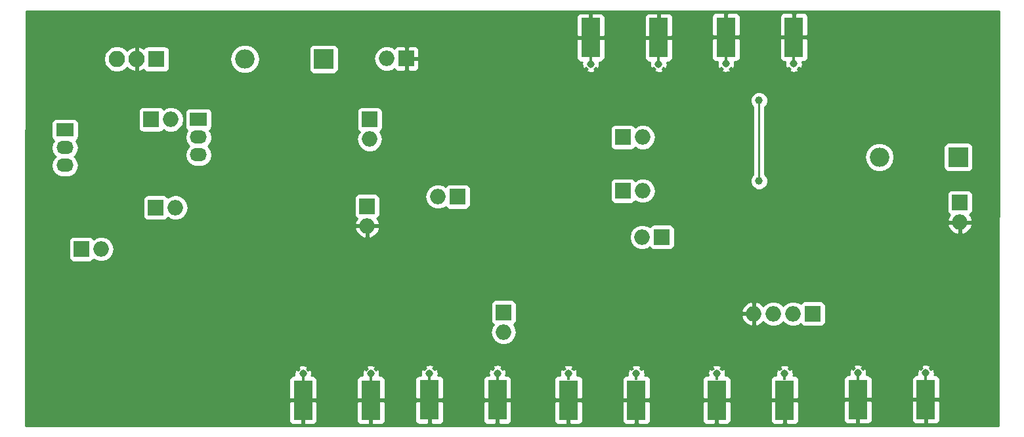
<source format=gbr>
G04 #@! TF.GenerationSoftware,KiCad,Pcbnew,(5.0.2)-1*
G04 #@! TF.CreationDate,2019-04-02T18:27:14-07:00*
G04 #@! TF.ProjectId,Complete PLL Board Rev2,436f6d70-6c65-4746-9520-504c4c20426f,rev?*
G04 #@! TF.SameCoordinates,Original*
G04 #@! TF.FileFunction,Copper,L2,Bot*
G04 #@! TF.FilePolarity,Positive*
%FSLAX46Y46*%
G04 Gerber Fmt 4.6, Leading zero omitted, Abs format (unit mm)*
G04 Created by KiCad (PCBNEW (5.0.2)-1) date 4/2/2019 6:27:14 PM*
%MOMM*%
%LPD*%
G01*
G04 APERTURE LIST*
G04 #@! TA.AperFunction,ComponentPad*
%ADD10R,2.000000X2.000000*%
G04 #@! TD*
G04 #@! TA.AperFunction,ComponentPad*
%ADD11O,2.000000X2.000000*%
G04 #@! TD*
G04 #@! TA.AperFunction,ComponentPad*
%ADD12O,2.200000X1.717500*%
G04 #@! TD*
G04 #@! TA.AperFunction,ComponentPad*
%ADD13R,2.200000X1.717500*%
G04 #@! TD*
G04 #@! TA.AperFunction,ComponentPad*
%ADD14R,2.200000X1.700000*%
G04 #@! TD*
G04 #@! TA.AperFunction,ComponentPad*
%ADD15O,2.200000X1.700000*%
G04 #@! TD*
G04 #@! TA.AperFunction,Conductor*
%ADD16R,0.460000X0.950000*%
G04 #@! TD*
G04 #@! TA.AperFunction,ViaPad*
%ADD17C,0.970000*%
G04 #@! TD*
G04 #@! TA.AperFunction,SMDPad,CuDef*
%ADD18R,2.420000X5.080000*%
G04 #@! TD*
G04 #@! TA.AperFunction,ComponentPad*
%ADD19R,2.500000X2.500000*%
G04 #@! TD*
G04 #@! TA.AperFunction,ComponentPad*
%ADD20O,2.500000X2.500000*%
G04 #@! TD*
G04 #@! TA.AperFunction,ComponentPad*
%ADD21R,2.100000X2.100000*%
G04 #@! TD*
G04 #@! TA.AperFunction,ComponentPad*
%ADD22O,2.100000X2.100000*%
G04 #@! TD*
G04 #@! TA.AperFunction,ViaPad*
%ADD23C,0.800000*%
G04 #@! TD*
G04 #@! TA.AperFunction,ViaPad*
%ADD24C,0.900000*%
G04 #@! TD*
G04 #@! TA.AperFunction,ViaPad*
%ADD25C,1.000000*%
G04 #@! TD*
G04 #@! TA.AperFunction,Conductor*
%ADD26C,0.250000*%
G04 #@! TD*
G04 #@! TA.AperFunction,Conductor*
%ADD27C,0.254000*%
G04 #@! TD*
G04 APERTURE END LIST*
D10*
G04 #@! TO.P,J6,1*
G04 #@! TO.N,Net-(C20-Pad1)*
X98221800Y-102501700D03*
D11*
G04 #@! TO.P,J6,2*
G04 #@! TO.N,Net-(C15-Pad2)*
X100761800Y-102501700D03*
G04 #@! TD*
D12*
G04 #@! TO.P,Q2,3*
G04 #@! TO.N,Net-(Q2-Pad3)*
X86512400Y-97061400D03*
G04 #@! TO.P,Q2,2*
G04 #@! TO.N,Net-(C17-Pad1)*
X86512400Y-94771400D03*
D13*
G04 #@! TO.P,Q2,1*
G04 #@! TO.N,8V*
X86512400Y-92481400D03*
G04 #@! TD*
D14*
G04 #@! TO.P,Q1,1*
G04 #@! TO.N,8V*
X103733600Y-91127200D03*
D15*
G04 #@! TO.P,Q1,2*
G04 #@! TO.N,Net-(C15-Pad1)*
X103733600Y-93417200D03*
G04 #@! TO.P,Q1,3*
G04 #@! TO.N,Net-(C15-Pad2)*
X103733600Y-95707200D03*
G04 #@! TD*
D16*
G04 #@! TO.N,GND*
G04 #@! TO.C,FoLD1*
X197547000Y-124340200D03*
X188787000Y-124340200D03*
D17*
X197547000Y-123890200D03*
X188787000Y-123890200D03*
D18*
G04 #@! TD*
G04 #@! TO.P,FoLD1,2*
G04 #@! TO.N,GND*
X197547000Y-127330200D03*
G04 #@! TO.P,FoLD1,2*
G04 #@! TO.N,GND*
X188787000Y-127330200D03*
G04 #@! TD*
G04 #@! TO.P,FL1,2*
G04 #@! TO.N,GND*
X180529000Y-80492600D03*
X171769000Y-80492600D03*
D17*
G04 #@! TD*
G04 #@! TO.N,GND*
G04 #@! TO.C,FL1*
X180529000Y-83932600D03*
G04 #@! TO.N,GND*
G04 #@! TO.C,FL1*
X171769000Y-83932600D03*
D16*
X180529000Y-83482600D03*
X171769000Y-83482600D03*
G04 #@! TD*
G04 #@! TO.N,GND*
G04 #@! TO.C,Test_CP1*
X154319200Y-83508000D03*
X163079200Y-83508000D03*
D17*
X154319200Y-83958000D03*
X163079200Y-83958000D03*
D18*
G04 #@! TD*
G04 #@! TO.P,Test_CP1,2*
G04 #@! TO.N,GND*
X154319200Y-80518000D03*
G04 #@! TO.P,Test_CP1,2*
G04 #@! TO.N,GND*
X163079200Y-80518000D03*
G04 #@! TD*
G04 #@! TO.P,OSC_OUT1,2*
G04 #@! TO.N,GND*
X170575200Y-127381000D03*
X179335200Y-127381000D03*
D17*
G04 #@! TD*
G04 #@! TO.N,GND*
G04 #@! TO.C,OSC_OUT1*
X170575200Y-123941000D03*
G04 #@! TO.N,GND*
G04 #@! TO.C,OSC_OUT1*
X179335200Y-123941000D03*
D16*
X170575200Y-124391000D03*
X179335200Y-124391000D03*
G04 #@! TD*
D19*
G04 #@! TO.P,D1,1*
G04 #@! TO.N,Net-(D1-Pad1)*
X201726800Y-95986600D03*
D20*
G04 #@! TO.P,D1,2*
G04 #@! TO.N,PLL_Power*
X191566800Y-95986600D03*
G04 #@! TD*
G04 #@! TO.P,D5,2*
G04 #@! TO.N,Net-(C21-Pad1)*
X109728000Y-83312000D03*
D19*
G04 #@! TO.P,D5,1*
G04 #@! TO.N,Net-(D5-Pad1)*
X119888000Y-83312000D03*
G04 #@! TD*
D11*
G04 #@! TO.P,J1,2*
G04 #@! TO.N,GND*
X201930000Y-104394000D03*
D10*
G04 #@! TO.P,J1,1*
G04 #@! TO.N,Net-(D1-Pad1)*
X201930000Y-101854000D03*
G04 #@! TD*
D16*
G04 #@! TO.N,GND*
G04 #@! TO.C,J2*
X142276600Y-124365600D03*
X133516600Y-124365600D03*
D17*
X142276600Y-123915600D03*
X133516600Y-123915600D03*
D18*
G04 #@! TD*
G04 #@! TO.P,J2,2*
G04 #@! TO.N,GND*
X142276600Y-127355600D03*
G04 #@! TO.P,J2,2*
G04 #@! TO.N,GND*
X133516600Y-127355600D03*
G04 #@! TD*
G04 #@! TO.P,J3,2*
G04 #@! TO.N,GND*
X151449000Y-127381000D03*
X160209000Y-127381000D03*
D17*
G04 #@! TD*
G04 #@! TO.N,GND*
G04 #@! TO.C,J3*
X151449000Y-123941000D03*
G04 #@! TO.N,GND*
G04 #@! TO.C,J3*
X160209000Y-123941000D03*
D16*
X151449000Y-124391000D03*
X160209000Y-124391000D03*
G04 #@! TD*
D10*
G04 #@! TO.P,J4,1*
G04 #@! TO.N,LE*
X182956200Y-116230400D03*
D11*
G04 #@! TO.P,J4,2*
G04 #@! TO.N,Data*
X180416200Y-116230400D03*
G04 #@! TO.P,J4,3*
G04 #@! TO.N,Clock*
X177876200Y-116230400D03*
G04 #@! TO.P,J4,4*
G04 #@! TO.N,GND*
X175336200Y-116230400D03*
G04 #@! TD*
D10*
G04 #@! TO.P,J5,1*
G04 #@! TO.N,Net-(C4-Pad1)*
X143078200Y-116052600D03*
D11*
G04 #@! TO.P,J5,2*
G04 #@! TO.N,Net-(J2-Pad1)*
X143078200Y-118592600D03*
G04 #@! TD*
G04 #@! TO.P,J7,2*
G04 #@! TO.N,Net-(C4-Pad1)*
X91186000Y-107861100D03*
D10*
G04 #@! TO.P,J7,1*
G04 #@! TO.N,Net-(C17-Pad1)*
X88646000Y-107861100D03*
G04 #@! TD*
G04 #@! TO.P,J8,1*
G04 #@! TO.N,Net-(D3-Pad1)*
X125476000Y-102336600D03*
D11*
G04 #@! TO.P,J8,2*
G04 #@! TO.N,GND*
X125476000Y-104876600D03*
G04 #@! TD*
D10*
G04 #@! TO.P,J9,1*
G04 #@! TO.N,Net-(C20-Pad1)*
X97637600Y-91122500D03*
D11*
G04 #@! TO.P,J9,2*
G04 #@! TO.N,Net-(C15-Pad1)*
X100177600Y-91122500D03*
G04 #@! TD*
G04 #@! TO.P,J13,2*
G04 #@! TO.N,Net-(J13-Pad2)*
X161036000Y-93421200D03*
D10*
G04 #@! TO.P,J13,1*
G04 #@! TO.N,Net-(C12-Pad2)*
X158496000Y-93421200D03*
G04 #@! TD*
G04 #@! TO.P,J14,1*
G04 #@! TO.N,Net-(C13-Pad1)*
X158496000Y-100330000D03*
D11*
G04 #@! TO.P,J14,2*
G04 #@! TO.N,Net-(J13-Pad2)*
X161036000Y-100330000D03*
G04 #@! TD*
G04 #@! TO.P,J15,2*
G04 #@! TO.N,Net-(D3-Pad1)*
X134620000Y-101092000D03*
D10*
G04 #@! TO.P,J15,1*
G04 #@! TO.N,Net-(C13-Pad1)*
X137160000Y-101092000D03*
G04 #@! TD*
G04 #@! TO.P,J16,1*
G04 #@! TO.N,Net-(C24-Pad1)*
X125806200Y-91135200D03*
D11*
G04 #@! TO.P,J16,2*
G04 #@! TO.N,Net-(D3-Pad1)*
X125806200Y-93675200D03*
G04 #@! TD*
D10*
G04 #@! TO.P,J17,1*
G04 #@! TO.N,GND*
X130556000Y-83261200D03*
D11*
G04 #@! TO.P,J17,2*
G04 #@! TO.N,Net-(D5-Pad1)*
X128016000Y-83261200D03*
G04 #@! TD*
D18*
G04 #@! TO.P,J18,2*
G04 #@! TO.N,GND*
X117209800Y-127406400D03*
X125969800Y-127406400D03*
D17*
G04 #@! TD*
G04 #@! TO.N,GND*
G04 #@! TO.C,J18*
X117209800Y-123966400D03*
G04 #@! TO.N,GND*
G04 #@! TO.C,J18*
X125969800Y-123966400D03*
D16*
X117209800Y-124416400D03*
X125969800Y-124416400D03*
G04 #@! TD*
D11*
G04 #@! TO.P,J20,2*
G04 #@! TO.N,Net-(J13-Pad2)*
X160959800Y-106324400D03*
D10*
G04 #@! TO.P,J20,1*
G04 #@! TO.N,CPo*
X163499800Y-106324400D03*
G04 #@! TD*
D21*
G04 #@! TO.P,U2,1*
G04 #@! TO.N,Net-(C21-Pad1)*
X98298000Y-83312000D03*
D22*
G04 #@! TO.P,U2,2*
G04 #@! TO.N,GND*
X95758000Y-83312000D03*
G04 #@! TO.P,U2,3*
G04 #@! TO.N,8V*
X93218000Y-83312000D03*
G04 #@! TD*
D23*
G04 #@! TO.N,GND*
X176784000Y-111252000D03*
X185674000Y-103886000D03*
X188468000Y-109220000D03*
D24*
X169164000Y-103124000D03*
D23*
X180340000Y-110490000D03*
X169926000Y-113030000D03*
X165023800Y-109245400D03*
X100622100Y-99631500D03*
X120865900Y-105181400D03*
D25*
G04 #@! TO.N,FL*
X176022000Y-99060000D03*
X176022000Y-88646000D03*
G04 #@! TD*
D26*
G04 #@! TO.N,FL*
X176022000Y-99060000D02*
X176022000Y-98494315D01*
X176022000Y-98494315D02*
X176022000Y-88646000D01*
X176022000Y-88646000D02*
X176022000Y-88646000D01*
G04 #@! TD*
D27*
G04 #@! TO.N,GND*
G36*
X206883239Y-130683000D02*
X81407240Y-130683000D01*
X81412884Y-127692150D01*
X115364800Y-127692150D01*
X115364800Y-130072709D01*
X115461473Y-130306098D01*
X115640101Y-130484727D01*
X115873490Y-130581400D01*
X116924050Y-130581400D01*
X117082800Y-130422650D01*
X117082800Y-127533400D01*
X117336800Y-127533400D01*
X117336800Y-130422650D01*
X117495550Y-130581400D01*
X118546110Y-130581400D01*
X118779499Y-130484727D01*
X118958127Y-130306098D01*
X119054800Y-130072709D01*
X119054800Y-127692150D01*
X124124800Y-127692150D01*
X124124800Y-130072709D01*
X124221473Y-130306098D01*
X124400101Y-130484727D01*
X124633490Y-130581400D01*
X125684050Y-130581400D01*
X125842800Y-130422650D01*
X125842800Y-127533400D01*
X126096800Y-127533400D01*
X126096800Y-130422650D01*
X126255550Y-130581400D01*
X127306110Y-130581400D01*
X127539499Y-130484727D01*
X127718127Y-130306098D01*
X127814800Y-130072709D01*
X127814800Y-127692150D01*
X127764000Y-127641350D01*
X131671600Y-127641350D01*
X131671600Y-130021909D01*
X131768273Y-130255298D01*
X131946901Y-130433927D01*
X132180290Y-130530600D01*
X133230850Y-130530600D01*
X133389600Y-130371850D01*
X133389600Y-127482600D01*
X133643600Y-127482600D01*
X133643600Y-130371850D01*
X133802350Y-130530600D01*
X134852910Y-130530600D01*
X135086299Y-130433927D01*
X135264927Y-130255298D01*
X135361600Y-130021909D01*
X135361600Y-127641350D01*
X140431600Y-127641350D01*
X140431600Y-130021909D01*
X140528273Y-130255298D01*
X140706901Y-130433927D01*
X140940290Y-130530600D01*
X141990850Y-130530600D01*
X142149600Y-130371850D01*
X142149600Y-127482600D01*
X142403600Y-127482600D01*
X142403600Y-130371850D01*
X142562350Y-130530600D01*
X143612910Y-130530600D01*
X143846299Y-130433927D01*
X144024927Y-130255298D01*
X144121600Y-130021909D01*
X144121600Y-127666750D01*
X149604000Y-127666750D01*
X149604000Y-130047309D01*
X149700673Y-130280698D01*
X149879301Y-130459327D01*
X150112690Y-130556000D01*
X151163250Y-130556000D01*
X151322000Y-130397250D01*
X151322000Y-127508000D01*
X151576000Y-127508000D01*
X151576000Y-130397250D01*
X151734750Y-130556000D01*
X152785310Y-130556000D01*
X153018699Y-130459327D01*
X153197327Y-130280698D01*
X153294000Y-130047309D01*
X153294000Y-127666750D01*
X158364000Y-127666750D01*
X158364000Y-130047309D01*
X158460673Y-130280698D01*
X158639301Y-130459327D01*
X158872690Y-130556000D01*
X159923250Y-130556000D01*
X160082000Y-130397250D01*
X160082000Y-127508000D01*
X160336000Y-127508000D01*
X160336000Y-130397250D01*
X160494750Y-130556000D01*
X161545310Y-130556000D01*
X161778699Y-130459327D01*
X161957327Y-130280698D01*
X162054000Y-130047309D01*
X162054000Y-127666750D01*
X168730200Y-127666750D01*
X168730200Y-130047309D01*
X168826873Y-130280698D01*
X169005501Y-130459327D01*
X169238890Y-130556000D01*
X170289450Y-130556000D01*
X170448200Y-130397250D01*
X170448200Y-127508000D01*
X170702200Y-127508000D01*
X170702200Y-130397250D01*
X170860950Y-130556000D01*
X171911510Y-130556000D01*
X172144899Y-130459327D01*
X172323527Y-130280698D01*
X172420200Y-130047309D01*
X172420200Y-127666750D01*
X177490200Y-127666750D01*
X177490200Y-130047309D01*
X177586873Y-130280698D01*
X177765501Y-130459327D01*
X177998890Y-130556000D01*
X179049450Y-130556000D01*
X179208200Y-130397250D01*
X179208200Y-127508000D01*
X179462200Y-127508000D01*
X179462200Y-130397250D01*
X179620950Y-130556000D01*
X180671510Y-130556000D01*
X180904899Y-130459327D01*
X181083527Y-130280698D01*
X181180200Y-130047309D01*
X181180200Y-127666750D01*
X181129400Y-127615950D01*
X186942000Y-127615950D01*
X186942000Y-129996509D01*
X187038673Y-130229898D01*
X187217301Y-130408527D01*
X187450690Y-130505200D01*
X188501250Y-130505200D01*
X188660000Y-130346450D01*
X188660000Y-127457200D01*
X188914000Y-127457200D01*
X188914000Y-130346450D01*
X189072750Y-130505200D01*
X190123310Y-130505200D01*
X190356699Y-130408527D01*
X190535327Y-130229898D01*
X190632000Y-129996509D01*
X190632000Y-127615950D01*
X195702000Y-127615950D01*
X195702000Y-129996509D01*
X195798673Y-130229898D01*
X195977301Y-130408527D01*
X196210690Y-130505200D01*
X197261250Y-130505200D01*
X197420000Y-130346450D01*
X197420000Y-127457200D01*
X197674000Y-127457200D01*
X197674000Y-130346450D01*
X197832750Y-130505200D01*
X198883310Y-130505200D01*
X199116699Y-130408527D01*
X199295327Y-130229898D01*
X199392000Y-129996509D01*
X199392000Y-127615950D01*
X199233250Y-127457200D01*
X197674000Y-127457200D01*
X197420000Y-127457200D01*
X195860750Y-127457200D01*
X195702000Y-127615950D01*
X190632000Y-127615950D01*
X190473250Y-127457200D01*
X188914000Y-127457200D01*
X188660000Y-127457200D01*
X187100750Y-127457200D01*
X186942000Y-127615950D01*
X181129400Y-127615950D01*
X181021450Y-127508000D01*
X179462200Y-127508000D01*
X179208200Y-127508000D01*
X177648950Y-127508000D01*
X177490200Y-127666750D01*
X172420200Y-127666750D01*
X172261450Y-127508000D01*
X170702200Y-127508000D01*
X170448200Y-127508000D01*
X168888950Y-127508000D01*
X168730200Y-127666750D01*
X162054000Y-127666750D01*
X161895250Y-127508000D01*
X160336000Y-127508000D01*
X160082000Y-127508000D01*
X158522750Y-127508000D01*
X158364000Y-127666750D01*
X153294000Y-127666750D01*
X153135250Y-127508000D01*
X151576000Y-127508000D01*
X151322000Y-127508000D01*
X149762750Y-127508000D01*
X149604000Y-127666750D01*
X144121600Y-127666750D01*
X144121600Y-127641350D01*
X143962850Y-127482600D01*
X142403600Y-127482600D01*
X142149600Y-127482600D01*
X140590350Y-127482600D01*
X140431600Y-127641350D01*
X135361600Y-127641350D01*
X135202850Y-127482600D01*
X133643600Y-127482600D01*
X133389600Y-127482600D01*
X131830350Y-127482600D01*
X131671600Y-127641350D01*
X127764000Y-127641350D01*
X127656050Y-127533400D01*
X126096800Y-127533400D01*
X125842800Y-127533400D01*
X124283550Y-127533400D01*
X124124800Y-127692150D01*
X119054800Y-127692150D01*
X118896050Y-127533400D01*
X117336800Y-127533400D01*
X117082800Y-127533400D01*
X115523550Y-127533400D01*
X115364800Y-127692150D01*
X81412884Y-127692150D01*
X81418455Y-124740091D01*
X115364800Y-124740091D01*
X115364800Y-127120650D01*
X115523550Y-127279400D01*
X117082800Y-127279400D01*
X117082800Y-127259400D01*
X117336800Y-127259400D01*
X117336800Y-127279400D01*
X118896050Y-127279400D01*
X119054800Y-127120650D01*
X119054800Y-124740091D01*
X124124800Y-124740091D01*
X124124800Y-127120650D01*
X124283550Y-127279400D01*
X125842800Y-127279400D01*
X125842800Y-127259400D01*
X126096800Y-127259400D01*
X126096800Y-127279400D01*
X127656050Y-127279400D01*
X127814800Y-127120650D01*
X127814800Y-124740091D01*
X127793758Y-124689291D01*
X131671600Y-124689291D01*
X131671600Y-127069850D01*
X131830350Y-127228600D01*
X133389600Y-127228600D01*
X133389600Y-127208600D01*
X133643600Y-127208600D01*
X133643600Y-127228600D01*
X135202850Y-127228600D01*
X135361600Y-127069850D01*
X135361600Y-124689291D01*
X140431600Y-124689291D01*
X140431600Y-127069850D01*
X140590350Y-127228600D01*
X142149600Y-127228600D01*
X142149600Y-127208600D01*
X142403600Y-127208600D01*
X142403600Y-127228600D01*
X143962850Y-127228600D01*
X144121600Y-127069850D01*
X144121600Y-124714691D01*
X149604000Y-124714691D01*
X149604000Y-127095250D01*
X149762750Y-127254000D01*
X151322000Y-127254000D01*
X151322000Y-127234000D01*
X151576000Y-127234000D01*
X151576000Y-127254000D01*
X153135250Y-127254000D01*
X153294000Y-127095250D01*
X153294000Y-124714691D01*
X158364000Y-124714691D01*
X158364000Y-127095250D01*
X158522750Y-127254000D01*
X160082000Y-127254000D01*
X160082000Y-127234000D01*
X160336000Y-127234000D01*
X160336000Y-127254000D01*
X161895250Y-127254000D01*
X162054000Y-127095250D01*
X162054000Y-124714691D01*
X168730200Y-124714691D01*
X168730200Y-127095250D01*
X168888950Y-127254000D01*
X170448200Y-127254000D01*
X170448200Y-127234000D01*
X170702200Y-127234000D01*
X170702200Y-127254000D01*
X172261450Y-127254000D01*
X172420200Y-127095250D01*
X172420200Y-124714691D01*
X177490200Y-124714691D01*
X177490200Y-127095250D01*
X177648950Y-127254000D01*
X179208200Y-127254000D01*
X179208200Y-127234000D01*
X179462200Y-127234000D01*
X179462200Y-127254000D01*
X181021450Y-127254000D01*
X181180200Y-127095250D01*
X181180200Y-124714691D01*
X181159158Y-124663891D01*
X186942000Y-124663891D01*
X186942000Y-127044450D01*
X187100750Y-127203200D01*
X188660000Y-127203200D01*
X188660000Y-127183200D01*
X188914000Y-127183200D01*
X188914000Y-127203200D01*
X190473250Y-127203200D01*
X190632000Y-127044450D01*
X190632000Y-124663891D01*
X195702000Y-124663891D01*
X195702000Y-127044450D01*
X195860750Y-127203200D01*
X197420000Y-127203200D01*
X197420000Y-127183200D01*
X197674000Y-127183200D01*
X197674000Y-127203200D01*
X199233250Y-127203200D01*
X199392000Y-127044450D01*
X199392000Y-124663891D01*
X199295327Y-124430502D01*
X199116699Y-124251873D01*
X198883310Y-124155200D01*
X198639129Y-124155200D01*
X198680149Y-124031636D01*
X198648018Y-123587232D01*
X198539768Y-123325892D01*
X198326200Y-123290605D01*
X198213315Y-123403490D01*
X198136699Y-123326873D01*
X197991051Y-123266544D01*
X198146595Y-123111000D01*
X198111308Y-122897432D01*
X197688436Y-122757051D01*
X197244032Y-122789182D01*
X196982692Y-122897432D01*
X196947405Y-123111000D01*
X197102949Y-123266544D01*
X196957301Y-123326873D01*
X196880685Y-123403490D01*
X196767800Y-123290605D01*
X196554232Y-123325892D01*
X196413851Y-123748764D01*
X196443237Y-124155200D01*
X196210690Y-124155200D01*
X195977301Y-124251873D01*
X195798673Y-124430502D01*
X195702000Y-124663891D01*
X190632000Y-124663891D01*
X190535327Y-124430502D01*
X190356699Y-124251873D01*
X190123310Y-124155200D01*
X189879129Y-124155200D01*
X189920149Y-124031636D01*
X189888018Y-123587232D01*
X189779768Y-123325892D01*
X189566200Y-123290605D01*
X189453315Y-123403490D01*
X189376699Y-123326873D01*
X189231051Y-123266544D01*
X189386595Y-123111000D01*
X189351308Y-122897432D01*
X188928436Y-122757051D01*
X188484032Y-122789182D01*
X188222692Y-122897432D01*
X188187405Y-123111000D01*
X188342949Y-123266544D01*
X188197301Y-123326873D01*
X188120685Y-123403490D01*
X188007800Y-123290605D01*
X187794232Y-123325892D01*
X187653851Y-123748764D01*
X187683237Y-124155200D01*
X187450690Y-124155200D01*
X187217301Y-124251873D01*
X187038673Y-124430502D01*
X186942000Y-124663891D01*
X181159158Y-124663891D01*
X181083527Y-124481302D01*
X180904899Y-124302673D01*
X180671510Y-124206000D01*
X180427329Y-124206000D01*
X180468349Y-124082436D01*
X180436218Y-123638032D01*
X180327968Y-123376692D01*
X180114400Y-123341405D01*
X180001515Y-123454290D01*
X179924899Y-123377673D01*
X179779251Y-123317344D01*
X179934795Y-123161800D01*
X179899508Y-122948232D01*
X179476636Y-122807851D01*
X179032232Y-122839982D01*
X178770892Y-122948232D01*
X178735605Y-123161800D01*
X178891149Y-123317344D01*
X178745501Y-123377673D01*
X178668885Y-123454290D01*
X178556000Y-123341405D01*
X178342432Y-123376692D01*
X178202051Y-123799564D01*
X178231437Y-124206000D01*
X177998890Y-124206000D01*
X177765501Y-124302673D01*
X177586873Y-124481302D01*
X177490200Y-124714691D01*
X172420200Y-124714691D01*
X172323527Y-124481302D01*
X172144899Y-124302673D01*
X171911510Y-124206000D01*
X171667329Y-124206000D01*
X171708349Y-124082436D01*
X171676218Y-123638032D01*
X171567968Y-123376692D01*
X171354400Y-123341405D01*
X171241515Y-123454290D01*
X171164899Y-123377673D01*
X171019251Y-123317344D01*
X171174795Y-123161800D01*
X171139508Y-122948232D01*
X170716636Y-122807851D01*
X170272232Y-122839982D01*
X170010892Y-122948232D01*
X169975605Y-123161800D01*
X170131149Y-123317344D01*
X169985501Y-123377673D01*
X169908885Y-123454290D01*
X169796000Y-123341405D01*
X169582432Y-123376692D01*
X169442051Y-123799564D01*
X169471437Y-124206000D01*
X169238890Y-124206000D01*
X169005501Y-124302673D01*
X168826873Y-124481302D01*
X168730200Y-124714691D01*
X162054000Y-124714691D01*
X161957327Y-124481302D01*
X161778699Y-124302673D01*
X161545310Y-124206000D01*
X161301129Y-124206000D01*
X161342149Y-124082436D01*
X161310018Y-123638032D01*
X161201768Y-123376692D01*
X160988200Y-123341405D01*
X160875315Y-123454290D01*
X160798699Y-123377673D01*
X160653051Y-123317344D01*
X160808595Y-123161800D01*
X160773308Y-122948232D01*
X160350436Y-122807851D01*
X159906032Y-122839982D01*
X159644692Y-122948232D01*
X159609405Y-123161800D01*
X159764949Y-123317344D01*
X159619301Y-123377673D01*
X159542685Y-123454290D01*
X159429800Y-123341405D01*
X159216232Y-123376692D01*
X159075851Y-123799564D01*
X159105237Y-124206000D01*
X158872690Y-124206000D01*
X158639301Y-124302673D01*
X158460673Y-124481302D01*
X158364000Y-124714691D01*
X153294000Y-124714691D01*
X153197327Y-124481302D01*
X153018699Y-124302673D01*
X152785310Y-124206000D01*
X152541129Y-124206000D01*
X152582149Y-124082436D01*
X152550018Y-123638032D01*
X152441768Y-123376692D01*
X152228200Y-123341405D01*
X152115315Y-123454290D01*
X152038699Y-123377673D01*
X151893051Y-123317344D01*
X152048595Y-123161800D01*
X152013308Y-122948232D01*
X151590436Y-122807851D01*
X151146032Y-122839982D01*
X150884692Y-122948232D01*
X150849405Y-123161800D01*
X151004949Y-123317344D01*
X150859301Y-123377673D01*
X150782685Y-123454290D01*
X150669800Y-123341405D01*
X150456232Y-123376692D01*
X150315851Y-123799564D01*
X150345237Y-124206000D01*
X150112690Y-124206000D01*
X149879301Y-124302673D01*
X149700673Y-124481302D01*
X149604000Y-124714691D01*
X144121600Y-124714691D01*
X144121600Y-124689291D01*
X144024927Y-124455902D01*
X143846299Y-124277273D01*
X143612910Y-124180600D01*
X143368729Y-124180600D01*
X143409749Y-124057036D01*
X143377618Y-123612632D01*
X143269368Y-123351292D01*
X143055800Y-123316005D01*
X142942915Y-123428890D01*
X142866299Y-123352273D01*
X142720651Y-123291944D01*
X142876195Y-123136400D01*
X142840908Y-122922832D01*
X142418036Y-122782451D01*
X141973632Y-122814582D01*
X141712292Y-122922832D01*
X141677005Y-123136400D01*
X141832549Y-123291944D01*
X141686901Y-123352273D01*
X141610285Y-123428890D01*
X141497400Y-123316005D01*
X141283832Y-123351292D01*
X141143451Y-123774164D01*
X141172837Y-124180600D01*
X140940290Y-124180600D01*
X140706901Y-124277273D01*
X140528273Y-124455902D01*
X140431600Y-124689291D01*
X135361600Y-124689291D01*
X135264927Y-124455902D01*
X135086299Y-124277273D01*
X134852910Y-124180600D01*
X134608729Y-124180600D01*
X134649749Y-124057036D01*
X134617618Y-123612632D01*
X134509368Y-123351292D01*
X134295800Y-123316005D01*
X134182915Y-123428890D01*
X134106299Y-123352273D01*
X133960651Y-123291944D01*
X134116195Y-123136400D01*
X134080908Y-122922832D01*
X133658036Y-122782451D01*
X133213632Y-122814582D01*
X132952292Y-122922832D01*
X132917005Y-123136400D01*
X133072549Y-123291944D01*
X132926901Y-123352273D01*
X132850285Y-123428890D01*
X132737400Y-123316005D01*
X132523832Y-123351292D01*
X132383451Y-123774164D01*
X132412837Y-124180600D01*
X132180290Y-124180600D01*
X131946901Y-124277273D01*
X131768273Y-124455902D01*
X131671600Y-124689291D01*
X127793758Y-124689291D01*
X127718127Y-124506702D01*
X127539499Y-124328073D01*
X127306110Y-124231400D01*
X127061929Y-124231400D01*
X127102949Y-124107836D01*
X127070818Y-123663432D01*
X126962568Y-123402092D01*
X126749000Y-123366805D01*
X126636115Y-123479690D01*
X126559499Y-123403073D01*
X126413851Y-123342744D01*
X126569395Y-123187200D01*
X126534108Y-122973632D01*
X126111236Y-122833251D01*
X125666832Y-122865382D01*
X125405492Y-122973632D01*
X125370205Y-123187200D01*
X125525749Y-123342744D01*
X125380101Y-123403073D01*
X125303485Y-123479690D01*
X125190600Y-123366805D01*
X124977032Y-123402092D01*
X124836651Y-123824964D01*
X124866037Y-124231400D01*
X124633490Y-124231400D01*
X124400101Y-124328073D01*
X124221473Y-124506702D01*
X124124800Y-124740091D01*
X119054800Y-124740091D01*
X118958127Y-124506702D01*
X118779499Y-124328073D01*
X118546110Y-124231400D01*
X118301929Y-124231400D01*
X118342949Y-124107836D01*
X118310818Y-123663432D01*
X118202568Y-123402092D01*
X117989000Y-123366805D01*
X117876115Y-123479690D01*
X117799499Y-123403073D01*
X117653851Y-123342744D01*
X117809395Y-123187200D01*
X117774108Y-122973632D01*
X117351236Y-122833251D01*
X116906832Y-122865382D01*
X116645492Y-122973632D01*
X116610205Y-123187200D01*
X116765749Y-123342744D01*
X116620101Y-123403073D01*
X116543485Y-123479690D01*
X116430600Y-123366805D01*
X116217032Y-123402092D01*
X116076651Y-123824964D01*
X116106037Y-124231400D01*
X115873490Y-124231400D01*
X115640101Y-124328073D01*
X115461473Y-124506702D01*
X115364800Y-124740091D01*
X81418455Y-124740091D01*
X81430057Y-118592600D01*
X141411169Y-118592600D01*
X141538064Y-119230545D01*
X141899431Y-119771369D01*
X142440255Y-120132736D01*
X142917169Y-120227600D01*
X143239231Y-120227600D01*
X143716145Y-120132736D01*
X144256969Y-119771369D01*
X144618336Y-119230545D01*
X144745231Y-118592600D01*
X144618336Y-117954655D01*
X144387711Y-117609500D01*
X144536009Y-117510409D01*
X144676357Y-117300365D01*
X144725640Y-117052600D01*
X144725640Y-116610835D01*
X173746067Y-116610835D01*
X174012695Y-117190394D01*
X174480815Y-117623802D01*
X174955766Y-117820524D01*
X175209200Y-117701177D01*
X175209200Y-116357400D01*
X173864881Y-116357400D01*
X173746067Y-116610835D01*
X144725640Y-116610835D01*
X144725640Y-115849965D01*
X173746067Y-115849965D01*
X173864881Y-116103400D01*
X175209200Y-116103400D01*
X175209200Y-114759623D01*
X175463200Y-114759623D01*
X175463200Y-116103400D01*
X175483200Y-116103400D01*
X175483200Y-116357400D01*
X175463200Y-116357400D01*
X175463200Y-117701177D01*
X175716634Y-117820524D01*
X176191585Y-117623802D01*
X176592701Y-117252429D01*
X176697431Y-117409169D01*
X177238255Y-117770536D01*
X177715169Y-117865400D01*
X178037231Y-117865400D01*
X178514145Y-117770536D01*
X179054969Y-117409169D01*
X179146200Y-117272632D01*
X179237431Y-117409169D01*
X179778255Y-117770536D01*
X180255169Y-117865400D01*
X180577231Y-117865400D01*
X181054145Y-117770536D01*
X181399300Y-117539911D01*
X181498391Y-117688209D01*
X181708435Y-117828557D01*
X181956200Y-117877840D01*
X183956200Y-117877840D01*
X184203965Y-117828557D01*
X184414009Y-117688209D01*
X184554357Y-117478165D01*
X184603640Y-117230400D01*
X184603640Y-115230400D01*
X184554357Y-114982635D01*
X184414009Y-114772591D01*
X184203965Y-114632243D01*
X183956200Y-114582960D01*
X181956200Y-114582960D01*
X181708435Y-114632243D01*
X181498391Y-114772591D01*
X181399300Y-114920889D01*
X181054145Y-114690264D01*
X180577231Y-114595400D01*
X180255169Y-114595400D01*
X179778255Y-114690264D01*
X179237431Y-115051631D01*
X179146200Y-115188168D01*
X179054969Y-115051631D01*
X178514145Y-114690264D01*
X178037231Y-114595400D01*
X177715169Y-114595400D01*
X177238255Y-114690264D01*
X176697431Y-115051631D01*
X176592701Y-115208371D01*
X176191585Y-114836998D01*
X175716634Y-114640276D01*
X175463200Y-114759623D01*
X175209200Y-114759623D01*
X174955766Y-114640276D01*
X174480815Y-114836998D01*
X174012695Y-115270406D01*
X173746067Y-115849965D01*
X144725640Y-115849965D01*
X144725640Y-115052600D01*
X144676357Y-114804835D01*
X144536009Y-114594791D01*
X144325965Y-114454443D01*
X144078200Y-114405160D01*
X142078200Y-114405160D01*
X141830435Y-114454443D01*
X141620391Y-114594791D01*
X141480043Y-114804835D01*
X141430760Y-115052600D01*
X141430760Y-117052600D01*
X141480043Y-117300365D01*
X141620391Y-117510409D01*
X141768689Y-117609500D01*
X141538064Y-117954655D01*
X141411169Y-118592600D01*
X81430057Y-118592600D01*
X81452198Y-106861100D01*
X86998560Y-106861100D01*
X86998560Y-108861100D01*
X87047843Y-109108865D01*
X87188191Y-109318909D01*
X87398235Y-109459257D01*
X87646000Y-109508540D01*
X89646000Y-109508540D01*
X89893765Y-109459257D01*
X90103809Y-109318909D01*
X90202900Y-109170611D01*
X90548055Y-109401236D01*
X91024969Y-109496100D01*
X91347031Y-109496100D01*
X91823945Y-109401236D01*
X92364769Y-109039869D01*
X92726136Y-108499045D01*
X92853031Y-107861100D01*
X92726136Y-107223155D01*
X92364769Y-106682331D01*
X91823945Y-106320964D01*
X91347031Y-106226100D01*
X91024969Y-106226100D01*
X90548055Y-106320964D01*
X90202900Y-106551589D01*
X90103809Y-106403291D01*
X89893765Y-106262943D01*
X89646000Y-106213660D01*
X87646000Y-106213660D01*
X87398235Y-106262943D01*
X87188191Y-106403291D01*
X87047843Y-106613335D01*
X86998560Y-106861100D01*
X81452198Y-106861100D01*
X81455225Y-105257034D01*
X123885876Y-105257034D01*
X124082598Y-105731985D01*
X124516006Y-106200105D01*
X125095565Y-106466733D01*
X125349000Y-106347919D01*
X125349000Y-105003600D01*
X125603000Y-105003600D01*
X125603000Y-106347919D01*
X125856435Y-106466733D01*
X126165818Y-106324400D01*
X159292769Y-106324400D01*
X159419664Y-106962345D01*
X159781031Y-107503169D01*
X160321855Y-107864536D01*
X160798769Y-107959400D01*
X161120831Y-107959400D01*
X161597745Y-107864536D01*
X161942900Y-107633911D01*
X162041991Y-107782209D01*
X162252035Y-107922557D01*
X162499800Y-107971840D01*
X164499800Y-107971840D01*
X164747565Y-107922557D01*
X164957609Y-107782209D01*
X165097957Y-107572165D01*
X165147240Y-107324400D01*
X165147240Y-105324400D01*
X165097957Y-105076635D01*
X164957609Y-104866591D01*
X164819688Y-104774434D01*
X200339876Y-104774434D01*
X200536598Y-105249385D01*
X200970006Y-105717505D01*
X201549565Y-105984133D01*
X201803000Y-105865319D01*
X201803000Y-104521000D01*
X202057000Y-104521000D01*
X202057000Y-105865319D01*
X202310435Y-105984133D01*
X202889994Y-105717505D01*
X203323402Y-105249385D01*
X203520124Y-104774434D01*
X203400777Y-104521000D01*
X202057000Y-104521000D01*
X201803000Y-104521000D01*
X200459223Y-104521000D01*
X200339876Y-104774434D01*
X164819688Y-104774434D01*
X164747565Y-104726243D01*
X164499800Y-104676960D01*
X162499800Y-104676960D01*
X162252035Y-104726243D01*
X162041991Y-104866591D01*
X161942900Y-105014889D01*
X161597745Y-104784264D01*
X161120831Y-104689400D01*
X160798769Y-104689400D01*
X160321855Y-104784264D01*
X159781031Y-105145631D01*
X159419664Y-105686455D01*
X159292769Y-106324400D01*
X126165818Y-106324400D01*
X126435994Y-106200105D01*
X126869402Y-105731985D01*
X127066124Y-105257034D01*
X126946777Y-105003600D01*
X125603000Y-105003600D01*
X125349000Y-105003600D01*
X124005223Y-105003600D01*
X123885876Y-105257034D01*
X81455225Y-105257034D01*
X81462312Y-101501700D01*
X96574360Y-101501700D01*
X96574360Y-103501700D01*
X96623643Y-103749465D01*
X96763991Y-103959509D01*
X96974035Y-104099857D01*
X97221800Y-104149140D01*
X99221800Y-104149140D01*
X99469565Y-104099857D01*
X99679609Y-103959509D01*
X99778700Y-103811211D01*
X100123855Y-104041836D01*
X100600769Y-104136700D01*
X100922831Y-104136700D01*
X101399745Y-104041836D01*
X101940569Y-103680469D01*
X102301936Y-103139645D01*
X102428831Y-102501700D01*
X102301936Y-101863755D01*
X101949703Y-101336600D01*
X123828560Y-101336600D01*
X123828560Y-103336600D01*
X123877843Y-103584365D01*
X124018191Y-103794409D01*
X124187713Y-103907681D01*
X124082598Y-104021215D01*
X123885876Y-104496166D01*
X124005223Y-104749600D01*
X125349000Y-104749600D01*
X125349000Y-104729600D01*
X125603000Y-104729600D01*
X125603000Y-104749600D01*
X126946777Y-104749600D01*
X127066124Y-104496166D01*
X126869402Y-104021215D01*
X126764287Y-103907681D01*
X126933809Y-103794409D01*
X127074157Y-103584365D01*
X127123440Y-103336600D01*
X127123440Y-101336600D01*
X127074787Y-101092000D01*
X132952969Y-101092000D01*
X133079864Y-101729945D01*
X133441231Y-102270769D01*
X133982055Y-102632136D01*
X134458969Y-102727000D01*
X134781031Y-102727000D01*
X135257945Y-102632136D01*
X135603100Y-102401511D01*
X135702191Y-102549809D01*
X135912235Y-102690157D01*
X136160000Y-102739440D01*
X138160000Y-102739440D01*
X138407765Y-102690157D01*
X138617809Y-102549809D01*
X138758157Y-102339765D01*
X138807440Y-102092000D01*
X138807440Y-100092000D01*
X138758157Y-99844235D01*
X138617809Y-99634191D01*
X138407765Y-99493843D01*
X138160000Y-99444560D01*
X136160000Y-99444560D01*
X135912235Y-99493843D01*
X135702191Y-99634191D01*
X135603100Y-99782489D01*
X135257945Y-99551864D01*
X134781031Y-99457000D01*
X134458969Y-99457000D01*
X133982055Y-99551864D01*
X133441231Y-99913231D01*
X133079864Y-100454055D01*
X132952969Y-101092000D01*
X127074787Y-101092000D01*
X127074157Y-101088835D01*
X126933809Y-100878791D01*
X126723765Y-100738443D01*
X126476000Y-100689160D01*
X124476000Y-100689160D01*
X124228235Y-100738443D01*
X124018191Y-100878791D01*
X123877843Y-101088835D01*
X123828560Y-101336600D01*
X101949703Y-101336600D01*
X101940569Y-101322931D01*
X101399745Y-100961564D01*
X100922831Y-100866700D01*
X100600769Y-100866700D01*
X100123855Y-100961564D01*
X99778700Y-101192189D01*
X99679609Y-101043891D01*
X99469565Y-100903543D01*
X99221800Y-100854260D01*
X97221800Y-100854260D01*
X96974035Y-100903543D01*
X96763991Y-101043891D01*
X96623643Y-101253935D01*
X96574360Y-101501700D01*
X81462312Y-101501700D01*
X81466410Y-99330000D01*
X156848560Y-99330000D01*
X156848560Y-101330000D01*
X156897843Y-101577765D01*
X157038191Y-101787809D01*
X157248235Y-101928157D01*
X157496000Y-101977440D01*
X159496000Y-101977440D01*
X159743765Y-101928157D01*
X159953809Y-101787809D01*
X160052900Y-101639511D01*
X160398055Y-101870136D01*
X160874969Y-101965000D01*
X161197031Y-101965000D01*
X161673945Y-101870136D01*
X162214769Y-101508769D01*
X162576136Y-100967945D01*
X162598801Y-100854000D01*
X200282560Y-100854000D01*
X200282560Y-102854000D01*
X200331843Y-103101765D01*
X200472191Y-103311809D01*
X200641713Y-103425081D01*
X200536598Y-103538615D01*
X200339876Y-104013566D01*
X200459223Y-104267000D01*
X201803000Y-104267000D01*
X201803000Y-104247000D01*
X202057000Y-104247000D01*
X202057000Y-104267000D01*
X203400777Y-104267000D01*
X203520124Y-104013566D01*
X203323402Y-103538615D01*
X203218287Y-103425081D01*
X203387809Y-103311809D01*
X203528157Y-103101765D01*
X203577440Y-102854000D01*
X203577440Y-100854000D01*
X203528157Y-100606235D01*
X203387809Y-100396191D01*
X203177765Y-100255843D01*
X202930000Y-100206560D01*
X200930000Y-100206560D01*
X200682235Y-100255843D01*
X200472191Y-100396191D01*
X200331843Y-100606235D01*
X200282560Y-100854000D01*
X162598801Y-100854000D01*
X162703031Y-100330000D01*
X162576136Y-99692055D01*
X162214769Y-99151231D01*
X161673945Y-98789864D01*
X161197031Y-98695000D01*
X160874969Y-98695000D01*
X160398055Y-98789864D01*
X160052900Y-99020489D01*
X159953809Y-98872191D01*
X159743765Y-98731843D01*
X159496000Y-98682560D01*
X157496000Y-98682560D01*
X157248235Y-98731843D01*
X157038191Y-98872191D01*
X156897843Y-99082235D01*
X156848560Y-99330000D01*
X81466410Y-99330000D01*
X81475015Y-94771400D01*
X84748136Y-94771400D01*
X84864069Y-95354232D01*
X85194216Y-95848334D01*
X85296084Y-95916400D01*
X85194216Y-95984466D01*
X84864069Y-96478568D01*
X84748136Y-97061400D01*
X84864069Y-97644232D01*
X85194216Y-98138334D01*
X85688318Y-98468481D01*
X86124031Y-98555150D01*
X86900769Y-98555150D01*
X87336482Y-98468481D01*
X87830584Y-98138334D01*
X88160731Y-97644232D01*
X88276664Y-97061400D01*
X88160731Y-96478568D01*
X87830584Y-95984466D01*
X87728716Y-95916400D01*
X87830584Y-95848334D01*
X88160731Y-95354232D01*
X88276664Y-94771400D01*
X88160731Y-94188568D01*
X87952354Y-93876708D01*
X88070209Y-93797959D01*
X88210557Y-93587915D01*
X88244513Y-93417200D01*
X101969508Y-93417200D01*
X102084761Y-93996618D01*
X102412975Y-94487825D01*
X102524285Y-94562200D01*
X102412975Y-94636575D01*
X102084761Y-95127782D01*
X101969508Y-95707200D01*
X102084761Y-96286618D01*
X102412975Y-96777825D01*
X102904182Y-97106039D01*
X103337344Y-97192200D01*
X104129856Y-97192200D01*
X104563018Y-97106039D01*
X105054225Y-96777825D01*
X105382439Y-96286618D01*
X105497692Y-95707200D01*
X105382439Y-95127782D01*
X105054225Y-94636575D01*
X104942915Y-94562200D01*
X105054225Y-94487825D01*
X105382439Y-93996618D01*
X105446372Y-93675200D01*
X124139169Y-93675200D01*
X124266064Y-94313145D01*
X124627431Y-94853969D01*
X125168255Y-95215336D01*
X125645169Y-95310200D01*
X125967231Y-95310200D01*
X126444145Y-95215336D01*
X126984969Y-94853969D01*
X127346336Y-94313145D01*
X127473231Y-93675200D01*
X127346336Y-93037255D01*
X127115711Y-92692100D01*
X127264009Y-92593009D01*
X127378808Y-92421200D01*
X156848560Y-92421200D01*
X156848560Y-94421200D01*
X156897843Y-94668965D01*
X157038191Y-94879009D01*
X157248235Y-95019357D01*
X157496000Y-95068640D01*
X159496000Y-95068640D01*
X159743765Y-95019357D01*
X159953809Y-94879009D01*
X160052900Y-94730711D01*
X160398055Y-94961336D01*
X160874969Y-95056200D01*
X161197031Y-95056200D01*
X161673945Y-94961336D01*
X162214769Y-94599969D01*
X162576136Y-94059145D01*
X162703031Y-93421200D01*
X162576136Y-92783255D01*
X162214769Y-92242431D01*
X161673945Y-91881064D01*
X161197031Y-91786200D01*
X160874969Y-91786200D01*
X160398055Y-91881064D01*
X160052900Y-92111689D01*
X159953809Y-91963391D01*
X159743765Y-91823043D01*
X159496000Y-91773760D01*
X157496000Y-91773760D01*
X157248235Y-91823043D01*
X157038191Y-91963391D01*
X156897843Y-92173435D01*
X156848560Y-92421200D01*
X127378808Y-92421200D01*
X127404357Y-92382965D01*
X127453640Y-92135200D01*
X127453640Y-90135200D01*
X127404357Y-89887435D01*
X127264009Y-89677391D01*
X127053965Y-89537043D01*
X126806200Y-89487760D01*
X124806200Y-89487760D01*
X124558435Y-89537043D01*
X124348391Y-89677391D01*
X124208043Y-89887435D01*
X124158760Y-90135200D01*
X124158760Y-92135200D01*
X124208043Y-92382965D01*
X124348391Y-92593009D01*
X124496689Y-92692100D01*
X124266064Y-93037255D01*
X124139169Y-93675200D01*
X105446372Y-93675200D01*
X105497692Y-93417200D01*
X105382439Y-92837782D01*
X105168285Y-92517278D01*
X105291409Y-92435009D01*
X105431757Y-92224965D01*
X105481040Y-91977200D01*
X105481040Y-90277200D01*
X105431757Y-90029435D01*
X105291409Y-89819391D01*
X105081365Y-89679043D01*
X104833600Y-89629760D01*
X102633600Y-89629760D01*
X102385835Y-89679043D01*
X102175791Y-89819391D01*
X102035443Y-90029435D01*
X101986160Y-90277200D01*
X101986160Y-91977200D01*
X102035443Y-92224965D01*
X102175791Y-92435009D01*
X102298915Y-92517278D01*
X102084761Y-92837782D01*
X101969508Y-93417200D01*
X88244513Y-93417200D01*
X88259840Y-93340150D01*
X88259840Y-91622650D01*
X88210557Y-91374885D01*
X88070209Y-91164841D01*
X87860165Y-91024493D01*
X87612400Y-90975210D01*
X85412400Y-90975210D01*
X85164635Y-91024493D01*
X84954591Y-91164841D01*
X84814243Y-91374885D01*
X84764960Y-91622650D01*
X84764960Y-93340150D01*
X84814243Y-93587915D01*
X84954591Y-93797959D01*
X85072446Y-93876708D01*
X84864069Y-94188568D01*
X84748136Y-94771400D01*
X81475015Y-94771400D01*
X81483788Y-90122500D01*
X95990160Y-90122500D01*
X95990160Y-92122500D01*
X96039443Y-92370265D01*
X96179791Y-92580309D01*
X96389835Y-92720657D01*
X96637600Y-92769940D01*
X98637600Y-92769940D01*
X98885365Y-92720657D01*
X99095409Y-92580309D01*
X99194500Y-92432011D01*
X99539655Y-92662636D01*
X100016569Y-92757500D01*
X100338631Y-92757500D01*
X100815545Y-92662636D01*
X101356369Y-92301269D01*
X101717736Y-91760445D01*
X101844631Y-91122500D01*
X101717736Y-90484555D01*
X101356369Y-89943731D01*
X100815545Y-89582364D01*
X100338631Y-89487500D01*
X100016569Y-89487500D01*
X99539655Y-89582364D01*
X99194500Y-89812989D01*
X99095409Y-89664691D01*
X98885365Y-89524343D01*
X98637600Y-89475060D01*
X96637600Y-89475060D01*
X96389835Y-89524343D01*
X96179791Y-89664691D01*
X96039443Y-89874735D01*
X95990160Y-90122500D01*
X81483788Y-90122500D01*
X81487000Y-88420234D01*
X174887000Y-88420234D01*
X174887000Y-88871766D01*
X175059793Y-89288926D01*
X175262001Y-89491134D01*
X175262000Y-98214867D01*
X175059793Y-98417074D01*
X174887000Y-98834234D01*
X174887000Y-99285766D01*
X175059793Y-99702926D01*
X175379074Y-100022207D01*
X175796234Y-100195000D01*
X176247766Y-100195000D01*
X176664926Y-100022207D01*
X176984207Y-99702926D01*
X177157000Y-99285766D01*
X177157000Y-98834234D01*
X176984207Y-98417074D01*
X176782000Y-98214867D01*
X176782000Y-95986600D01*
X189644871Y-95986600D01*
X189791169Y-96722090D01*
X190207791Y-97345609D01*
X190831310Y-97762231D01*
X191381145Y-97871600D01*
X191752455Y-97871600D01*
X192302290Y-97762231D01*
X192925809Y-97345609D01*
X193342431Y-96722090D01*
X193488729Y-95986600D01*
X193342431Y-95251110D01*
X192998647Y-94736600D01*
X199829360Y-94736600D01*
X199829360Y-97236600D01*
X199878643Y-97484365D01*
X200018991Y-97694409D01*
X200229035Y-97834757D01*
X200476800Y-97884040D01*
X202976800Y-97884040D01*
X203224565Y-97834757D01*
X203434609Y-97694409D01*
X203574957Y-97484365D01*
X203624240Y-97236600D01*
X203624240Y-94736600D01*
X203574957Y-94488835D01*
X203434609Y-94278791D01*
X203224565Y-94138443D01*
X202976800Y-94089160D01*
X200476800Y-94089160D01*
X200229035Y-94138443D01*
X200018991Y-94278791D01*
X199878643Y-94488835D01*
X199829360Y-94736600D01*
X192998647Y-94736600D01*
X192925809Y-94627591D01*
X192302290Y-94210969D01*
X191752455Y-94101600D01*
X191381145Y-94101600D01*
X190831310Y-94210969D01*
X190207791Y-94627591D01*
X189791169Y-95251110D01*
X189644871Y-95986600D01*
X176782000Y-95986600D01*
X176782000Y-89491133D01*
X176984207Y-89288926D01*
X177157000Y-88871766D01*
X177157000Y-88420234D01*
X176984207Y-88003074D01*
X176664926Y-87683793D01*
X176247766Y-87511000D01*
X175796234Y-87511000D01*
X175379074Y-87683793D01*
X175059793Y-88003074D01*
X174887000Y-88420234D01*
X81487000Y-88420234D01*
X81496642Y-83312000D01*
X91499989Y-83312000D01*
X91630765Y-83969454D01*
X92003183Y-84526817D01*
X92560546Y-84899235D01*
X93052043Y-84997000D01*
X93383957Y-84997000D01*
X93875454Y-84899235D01*
X94432817Y-84526817D01*
X94515640Y-84402863D01*
X94771804Y-84678263D01*
X95369720Y-84951663D01*
X95631000Y-84833466D01*
X95631000Y-83439000D01*
X95611000Y-83439000D01*
X95611000Y-83185000D01*
X95631000Y-83185000D01*
X95631000Y-81790534D01*
X95885000Y-81790534D01*
X95885000Y-83185000D01*
X95905000Y-83185000D01*
X95905000Y-83439000D01*
X95885000Y-83439000D01*
X95885000Y-84833466D01*
X96146280Y-84951663D01*
X96706982Y-84695279D01*
X96790191Y-84819809D01*
X97000235Y-84960157D01*
X97248000Y-85009440D01*
X99348000Y-85009440D01*
X99595765Y-84960157D01*
X99805809Y-84819809D01*
X99946157Y-84609765D01*
X99995440Y-84362000D01*
X99995440Y-83312000D01*
X107806071Y-83312000D01*
X107952369Y-84047490D01*
X108368991Y-84671009D01*
X108992510Y-85087631D01*
X109542345Y-85197000D01*
X109913655Y-85197000D01*
X110463490Y-85087631D01*
X111087009Y-84671009D01*
X111503631Y-84047490D01*
X111649929Y-83312000D01*
X111503631Y-82576510D01*
X111159847Y-82062000D01*
X117990560Y-82062000D01*
X117990560Y-84562000D01*
X118039843Y-84809765D01*
X118180191Y-85019809D01*
X118390235Y-85160157D01*
X118638000Y-85209440D01*
X121138000Y-85209440D01*
X121385765Y-85160157D01*
X121595809Y-85019809D01*
X121736157Y-84809765D01*
X121785440Y-84562000D01*
X121785440Y-83261200D01*
X126348969Y-83261200D01*
X126475864Y-83899145D01*
X126837231Y-84439969D01*
X127378055Y-84801336D01*
X127854969Y-84896200D01*
X128177031Y-84896200D01*
X128653945Y-84801336D01*
X128997365Y-84571870D01*
X129017673Y-84620898D01*
X129196301Y-84799527D01*
X129429690Y-84896200D01*
X130270250Y-84896200D01*
X130429000Y-84737450D01*
X130429000Y-83388200D01*
X130683000Y-83388200D01*
X130683000Y-84737450D01*
X130841750Y-84896200D01*
X131682310Y-84896200D01*
X131915699Y-84799527D01*
X132094327Y-84620898D01*
X132191000Y-84387509D01*
X132191000Y-83546950D01*
X132032250Y-83388200D01*
X130683000Y-83388200D01*
X130429000Y-83388200D01*
X130409000Y-83388200D01*
X130409000Y-83134200D01*
X130429000Y-83134200D01*
X130429000Y-81784950D01*
X130683000Y-81784950D01*
X130683000Y-83134200D01*
X132032250Y-83134200D01*
X132191000Y-82975450D01*
X132191000Y-82134891D01*
X132094327Y-81901502D01*
X131915699Y-81722873D01*
X131682310Y-81626200D01*
X130841750Y-81626200D01*
X130683000Y-81784950D01*
X130429000Y-81784950D01*
X130270250Y-81626200D01*
X129429690Y-81626200D01*
X129196301Y-81722873D01*
X129017673Y-81901502D01*
X128997365Y-81950530D01*
X128653945Y-81721064D01*
X128177031Y-81626200D01*
X127854969Y-81626200D01*
X127378055Y-81721064D01*
X126837231Y-82082431D01*
X126475864Y-82623255D01*
X126348969Y-83261200D01*
X121785440Y-83261200D01*
X121785440Y-82062000D01*
X121736157Y-81814235D01*
X121595809Y-81604191D01*
X121385765Y-81463843D01*
X121138000Y-81414560D01*
X118638000Y-81414560D01*
X118390235Y-81463843D01*
X118180191Y-81604191D01*
X118039843Y-81814235D01*
X117990560Y-82062000D01*
X111159847Y-82062000D01*
X111087009Y-81952991D01*
X110463490Y-81536369D01*
X109913655Y-81427000D01*
X109542345Y-81427000D01*
X108992510Y-81536369D01*
X108368991Y-81952991D01*
X107952369Y-82576510D01*
X107806071Y-83312000D01*
X99995440Y-83312000D01*
X99995440Y-82262000D01*
X99946157Y-82014235D01*
X99805809Y-81804191D01*
X99595765Y-81663843D01*
X99348000Y-81614560D01*
X97248000Y-81614560D01*
X97000235Y-81663843D01*
X96790191Y-81804191D01*
X96706982Y-81928721D01*
X96146280Y-81672337D01*
X95885000Y-81790534D01*
X95631000Y-81790534D01*
X95369720Y-81672337D01*
X94771804Y-81945737D01*
X94515640Y-82221137D01*
X94432817Y-82097183D01*
X93875454Y-81724765D01*
X93383957Y-81627000D01*
X93052043Y-81627000D01*
X92560546Y-81724765D01*
X92003183Y-82097183D01*
X91630765Y-82654546D01*
X91499989Y-83312000D01*
X81496642Y-83312000D01*
X81501376Y-80803750D01*
X152474200Y-80803750D01*
X152474200Y-83184309D01*
X152570873Y-83417698D01*
X152749501Y-83596327D01*
X152982890Y-83693000D01*
X153227071Y-83693000D01*
X153186051Y-83816564D01*
X153218182Y-84260968D01*
X153326432Y-84522308D01*
X153540000Y-84557595D01*
X153652885Y-84444710D01*
X153729501Y-84521327D01*
X153875149Y-84581656D01*
X153719605Y-84737200D01*
X153754892Y-84950768D01*
X154177764Y-85091149D01*
X154622168Y-85059018D01*
X154883508Y-84950768D01*
X154918795Y-84737200D01*
X154763251Y-84581656D01*
X154908899Y-84521327D01*
X154985515Y-84444710D01*
X155098400Y-84557595D01*
X155311968Y-84522308D01*
X155452349Y-84099436D01*
X155422963Y-83693000D01*
X155655510Y-83693000D01*
X155888899Y-83596327D01*
X156067527Y-83417698D01*
X156164200Y-83184309D01*
X156164200Y-80803750D01*
X161234200Y-80803750D01*
X161234200Y-83184309D01*
X161330873Y-83417698D01*
X161509501Y-83596327D01*
X161742890Y-83693000D01*
X161987071Y-83693000D01*
X161946051Y-83816564D01*
X161978182Y-84260968D01*
X162086432Y-84522308D01*
X162300000Y-84557595D01*
X162412885Y-84444710D01*
X162489501Y-84521327D01*
X162635149Y-84581656D01*
X162479605Y-84737200D01*
X162514892Y-84950768D01*
X162937764Y-85091149D01*
X163382168Y-85059018D01*
X163643508Y-84950768D01*
X163678795Y-84737200D01*
X163523251Y-84581656D01*
X163668899Y-84521327D01*
X163745515Y-84444710D01*
X163858400Y-84557595D01*
X164071968Y-84522308D01*
X164212349Y-84099436D01*
X164182963Y-83693000D01*
X164415510Y-83693000D01*
X164648899Y-83596327D01*
X164827527Y-83417698D01*
X164924200Y-83184309D01*
X164924200Y-80803750D01*
X164898800Y-80778350D01*
X169924000Y-80778350D01*
X169924000Y-83158909D01*
X170020673Y-83392298D01*
X170199301Y-83570927D01*
X170432690Y-83667600D01*
X170676871Y-83667600D01*
X170635851Y-83791164D01*
X170667982Y-84235568D01*
X170776232Y-84496908D01*
X170989800Y-84532195D01*
X171102685Y-84419310D01*
X171179301Y-84495927D01*
X171324949Y-84556256D01*
X171169405Y-84711800D01*
X171204692Y-84925368D01*
X171627564Y-85065749D01*
X172071968Y-85033618D01*
X172333308Y-84925368D01*
X172368595Y-84711800D01*
X172213051Y-84556256D01*
X172358699Y-84495927D01*
X172435315Y-84419310D01*
X172548200Y-84532195D01*
X172761768Y-84496908D01*
X172902149Y-84074036D01*
X172872763Y-83667600D01*
X173105310Y-83667600D01*
X173338699Y-83570927D01*
X173517327Y-83392298D01*
X173614000Y-83158909D01*
X173614000Y-80778350D01*
X178684000Y-80778350D01*
X178684000Y-83158909D01*
X178780673Y-83392298D01*
X178959301Y-83570927D01*
X179192690Y-83667600D01*
X179436871Y-83667600D01*
X179395851Y-83791164D01*
X179427982Y-84235568D01*
X179536232Y-84496908D01*
X179749800Y-84532195D01*
X179862685Y-84419310D01*
X179939301Y-84495927D01*
X180084949Y-84556256D01*
X179929405Y-84711800D01*
X179964692Y-84925368D01*
X180387564Y-85065749D01*
X180831968Y-85033618D01*
X181093308Y-84925368D01*
X181128595Y-84711800D01*
X180973051Y-84556256D01*
X181118699Y-84495927D01*
X181195315Y-84419310D01*
X181308200Y-84532195D01*
X181521768Y-84496908D01*
X181662149Y-84074036D01*
X181632763Y-83667600D01*
X181865310Y-83667600D01*
X182098699Y-83570927D01*
X182277327Y-83392298D01*
X182374000Y-83158909D01*
X182374000Y-80778350D01*
X182215250Y-80619600D01*
X180656000Y-80619600D01*
X180656000Y-80639600D01*
X180402000Y-80639600D01*
X180402000Y-80619600D01*
X178842750Y-80619600D01*
X178684000Y-80778350D01*
X173614000Y-80778350D01*
X173455250Y-80619600D01*
X171896000Y-80619600D01*
X171896000Y-80639600D01*
X171642000Y-80639600D01*
X171642000Y-80619600D01*
X170082750Y-80619600D01*
X169924000Y-80778350D01*
X164898800Y-80778350D01*
X164765450Y-80645000D01*
X163206200Y-80645000D01*
X163206200Y-80665000D01*
X162952200Y-80665000D01*
X162952200Y-80645000D01*
X161392950Y-80645000D01*
X161234200Y-80803750D01*
X156164200Y-80803750D01*
X156005450Y-80645000D01*
X154446200Y-80645000D01*
X154446200Y-80665000D01*
X154192200Y-80665000D01*
X154192200Y-80645000D01*
X152632950Y-80645000D01*
X152474200Y-80803750D01*
X81501376Y-80803750D01*
X81506948Y-77851691D01*
X152474200Y-77851691D01*
X152474200Y-80232250D01*
X152632950Y-80391000D01*
X154192200Y-80391000D01*
X154192200Y-77501750D01*
X154446200Y-77501750D01*
X154446200Y-80391000D01*
X156005450Y-80391000D01*
X156164200Y-80232250D01*
X156164200Y-77851691D01*
X161234200Y-77851691D01*
X161234200Y-80232250D01*
X161392950Y-80391000D01*
X162952200Y-80391000D01*
X162952200Y-77501750D01*
X163206200Y-77501750D01*
X163206200Y-80391000D01*
X164765450Y-80391000D01*
X164924200Y-80232250D01*
X164924200Y-77851691D01*
X164913679Y-77826291D01*
X169924000Y-77826291D01*
X169924000Y-80206850D01*
X170082750Y-80365600D01*
X171642000Y-80365600D01*
X171642000Y-77476350D01*
X171896000Y-77476350D01*
X171896000Y-80365600D01*
X173455250Y-80365600D01*
X173614000Y-80206850D01*
X173614000Y-77826291D01*
X178684000Y-77826291D01*
X178684000Y-80206850D01*
X178842750Y-80365600D01*
X180402000Y-80365600D01*
X180402000Y-77476350D01*
X180656000Y-77476350D01*
X180656000Y-80365600D01*
X182215250Y-80365600D01*
X182374000Y-80206850D01*
X182374000Y-77826291D01*
X182277327Y-77592902D01*
X182098699Y-77414273D01*
X181865310Y-77317600D01*
X180814750Y-77317600D01*
X180656000Y-77476350D01*
X180402000Y-77476350D01*
X180243250Y-77317600D01*
X179192690Y-77317600D01*
X178959301Y-77414273D01*
X178780673Y-77592902D01*
X178684000Y-77826291D01*
X173614000Y-77826291D01*
X173517327Y-77592902D01*
X173338699Y-77414273D01*
X173105310Y-77317600D01*
X172054750Y-77317600D01*
X171896000Y-77476350D01*
X171642000Y-77476350D01*
X171483250Y-77317600D01*
X170432690Y-77317600D01*
X170199301Y-77414273D01*
X170020673Y-77592902D01*
X169924000Y-77826291D01*
X164913679Y-77826291D01*
X164827527Y-77618302D01*
X164648899Y-77439673D01*
X164415510Y-77343000D01*
X163364950Y-77343000D01*
X163206200Y-77501750D01*
X162952200Y-77501750D01*
X162793450Y-77343000D01*
X161742890Y-77343000D01*
X161509501Y-77439673D01*
X161330873Y-77618302D01*
X161234200Y-77851691D01*
X156164200Y-77851691D01*
X156067527Y-77618302D01*
X155888899Y-77439673D01*
X155655510Y-77343000D01*
X154604950Y-77343000D01*
X154446200Y-77501750D01*
X154192200Y-77501750D01*
X154033450Y-77343000D01*
X152982890Y-77343000D01*
X152749501Y-77439673D01*
X152570873Y-77618302D01*
X152474200Y-77851691D01*
X81506948Y-77851691D01*
X81508361Y-77103101D01*
X206984360Y-77103101D01*
X206883239Y-130683000D01*
X206883239Y-130683000D01*
G37*
X206883239Y-130683000D02*
X81407240Y-130683000D01*
X81412884Y-127692150D01*
X115364800Y-127692150D01*
X115364800Y-130072709D01*
X115461473Y-130306098D01*
X115640101Y-130484727D01*
X115873490Y-130581400D01*
X116924050Y-130581400D01*
X117082800Y-130422650D01*
X117082800Y-127533400D01*
X117336800Y-127533400D01*
X117336800Y-130422650D01*
X117495550Y-130581400D01*
X118546110Y-130581400D01*
X118779499Y-130484727D01*
X118958127Y-130306098D01*
X119054800Y-130072709D01*
X119054800Y-127692150D01*
X124124800Y-127692150D01*
X124124800Y-130072709D01*
X124221473Y-130306098D01*
X124400101Y-130484727D01*
X124633490Y-130581400D01*
X125684050Y-130581400D01*
X125842800Y-130422650D01*
X125842800Y-127533400D01*
X126096800Y-127533400D01*
X126096800Y-130422650D01*
X126255550Y-130581400D01*
X127306110Y-130581400D01*
X127539499Y-130484727D01*
X127718127Y-130306098D01*
X127814800Y-130072709D01*
X127814800Y-127692150D01*
X127764000Y-127641350D01*
X131671600Y-127641350D01*
X131671600Y-130021909D01*
X131768273Y-130255298D01*
X131946901Y-130433927D01*
X132180290Y-130530600D01*
X133230850Y-130530600D01*
X133389600Y-130371850D01*
X133389600Y-127482600D01*
X133643600Y-127482600D01*
X133643600Y-130371850D01*
X133802350Y-130530600D01*
X134852910Y-130530600D01*
X135086299Y-130433927D01*
X135264927Y-130255298D01*
X135361600Y-130021909D01*
X135361600Y-127641350D01*
X140431600Y-127641350D01*
X140431600Y-130021909D01*
X140528273Y-130255298D01*
X140706901Y-130433927D01*
X140940290Y-130530600D01*
X141990850Y-130530600D01*
X142149600Y-130371850D01*
X142149600Y-127482600D01*
X142403600Y-127482600D01*
X142403600Y-130371850D01*
X142562350Y-130530600D01*
X143612910Y-130530600D01*
X143846299Y-130433927D01*
X144024927Y-130255298D01*
X144121600Y-130021909D01*
X144121600Y-127666750D01*
X149604000Y-127666750D01*
X149604000Y-130047309D01*
X149700673Y-130280698D01*
X149879301Y-130459327D01*
X150112690Y-130556000D01*
X151163250Y-130556000D01*
X151322000Y-130397250D01*
X151322000Y-127508000D01*
X151576000Y-127508000D01*
X151576000Y-130397250D01*
X151734750Y-130556000D01*
X152785310Y-130556000D01*
X153018699Y-130459327D01*
X153197327Y-130280698D01*
X153294000Y-130047309D01*
X153294000Y-127666750D01*
X158364000Y-127666750D01*
X158364000Y-130047309D01*
X158460673Y-130280698D01*
X158639301Y-130459327D01*
X158872690Y-130556000D01*
X159923250Y-130556000D01*
X160082000Y-130397250D01*
X160082000Y-127508000D01*
X160336000Y-127508000D01*
X160336000Y-130397250D01*
X160494750Y-130556000D01*
X161545310Y-130556000D01*
X161778699Y-130459327D01*
X161957327Y-130280698D01*
X162054000Y-130047309D01*
X162054000Y-127666750D01*
X168730200Y-127666750D01*
X168730200Y-130047309D01*
X168826873Y-130280698D01*
X169005501Y-130459327D01*
X169238890Y-130556000D01*
X170289450Y-130556000D01*
X170448200Y-130397250D01*
X170448200Y-127508000D01*
X170702200Y-127508000D01*
X170702200Y-130397250D01*
X170860950Y-130556000D01*
X171911510Y-130556000D01*
X172144899Y-130459327D01*
X172323527Y-130280698D01*
X172420200Y-130047309D01*
X172420200Y-127666750D01*
X177490200Y-127666750D01*
X177490200Y-130047309D01*
X177586873Y-130280698D01*
X177765501Y-130459327D01*
X177998890Y-130556000D01*
X179049450Y-130556000D01*
X179208200Y-130397250D01*
X179208200Y-127508000D01*
X179462200Y-127508000D01*
X179462200Y-130397250D01*
X179620950Y-130556000D01*
X180671510Y-130556000D01*
X180904899Y-130459327D01*
X181083527Y-130280698D01*
X181180200Y-130047309D01*
X181180200Y-127666750D01*
X181129400Y-127615950D01*
X186942000Y-127615950D01*
X186942000Y-129996509D01*
X187038673Y-130229898D01*
X187217301Y-130408527D01*
X187450690Y-130505200D01*
X188501250Y-130505200D01*
X188660000Y-130346450D01*
X188660000Y-127457200D01*
X188914000Y-127457200D01*
X188914000Y-130346450D01*
X189072750Y-130505200D01*
X190123310Y-130505200D01*
X190356699Y-130408527D01*
X190535327Y-130229898D01*
X190632000Y-129996509D01*
X190632000Y-127615950D01*
X195702000Y-127615950D01*
X195702000Y-129996509D01*
X195798673Y-130229898D01*
X195977301Y-130408527D01*
X196210690Y-130505200D01*
X197261250Y-130505200D01*
X197420000Y-130346450D01*
X197420000Y-127457200D01*
X197674000Y-127457200D01*
X197674000Y-130346450D01*
X197832750Y-130505200D01*
X198883310Y-130505200D01*
X199116699Y-130408527D01*
X199295327Y-130229898D01*
X199392000Y-129996509D01*
X199392000Y-127615950D01*
X199233250Y-127457200D01*
X197674000Y-127457200D01*
X197420000Y-127457200D01*
X195860750Y-127457200D01*
X195702000Y-127615950D01*
X190632000Y-127615950D01*
X190473250Y-127457200D01*
X188914000Y-127457200D01*
X188660000Y-127457200D01*
X187100750Y-127457200D01*
X186942000Y-127615950D01*
X181129400Y-127615950D01*
X181021450Y-127508000D01*
X179462200Y-127508000D01*
X179208200Y-127508000D01*
X177648950Y-127508000D01*
X177490200Y-127666750D01*
X172420200Y-127666750D01*
X172261450Y-127508000D01*
X170702200Y-127508000D01*
X170448200Y-127508000D01*
X168888950Y-127508000D01*
X168730200Y-127666750D01*
X162054000Y-127666750D01*
X161895250Y-127508000D01*
X160336000Y-127508000D01*
X160082000Y-127508000D01*
X158522750Y-127508000D01*
X158364000Y-127666750D01*
X153294000Y-127666750D01*
X153135250Y-127508000D01*
X151576000Y-127508000D01*
X151322000Y-127508000D01*
X149762750Y-127508000D01*
X149604000Y-127666750D01*
X144121600Y-127666750D01*
X144121600Y-127641350D01*
X143962850Y-127482600D01*
X142403600Y-127482600D01*
X142149600Y-127482600D01*
X140590350Y-127482600D01*
X140431600Y-127641350D01*
X135361600Y-127641350D01*
X135202850Y-127482600D01*
X133643600Y-127482600D01*
X133389600Y-127482600D01*
X131830350Y-127482600D01*
X131671600Y-127641350D01*
X127764000Y-127641350D01*
X127656050Y-127533400D01*
X126096800Y-127533400D01*
X125842800Y-127533400D01*
X124283550Y-127533400D01*
X124124800Y-127692150D01*
X119054800Y-127692150D01*
X118896050Y-127533400D01*
X117336800Y-127533400D01*
X117082800Y-127533400D01*
X115523550Y-127533400D01*
X115364800Y-127692150D01*
X81412884Y-127692150D01*
X81418455Y-124740091D01*
X115364800Y-124740091D01*
X115364800Y-127120650D01*
X115523550Y-127279400D01*
X117082800Y-127279400D01*
X117082800Y-127259400D01*
X117336800Y-127259400D01*
X117336800Y-127279400D01*
X118896050Y-127279400D01*
X119054800Y-127120650D01*
X119054800Y-124740091D01*
X124124800Y-124740091D01*
X124124800Y-127120650D01*
X124283550Y-127279400D01*
X125842800Y-127279400D01*
X125842800Y-127259400D01*
X126096800Y-127259400D01*
X126096800Y-127279400D01*
X127656050Y-127279400D01*
X127814800Y-127120650D01*
X127814800Y-124740091D01*
X127793758Y-124689291D01*
X131671600Y-124689291D01*
X131671600Y-127069850D01*
X131830350Y-127228600D01*
X133389600Y-127228600D01*
X133389600Y-127208600D01*
X133643600Y-127208600D01*
X133643600Y-127228600D01*
X135202850Y-127228600D01*
X135361600Y-127069850D01*
X135361600Y-124689291D01*
X140431600Y-124689291D01*
X140431600Y-127069850D01*
X140590350Y-127228600D01*
X142149600Y-127228600D01*
X142149600Y-127208600D01*
X142403600Y-127208600D01*
X142403600Y-127228600D01*
X143962850Y-127228600D01*
X144121600Y-127069850D01*
X144121600Y-124714691D01*
X149604000Y-124714691D01*
X149604000Y-127095250D01*
X149762750Y-127254000D01*
X151322000Y-127254000D01*
X151322000Y-127234000D01*
X151576000Y-127234000D01*
X151576000Y-127254000D01*
X153135250Y-127254000D01*
X153294000Y-127095250D01*
X153294000Y-124714691D01*
X158364000Y-124714691D01*
X158364000Y-127095250D01*
X158522750Y-127254000D01*
X160082000Y-127254000D01*
X160082000Y-127234000D01*
X160336000Y-127234000D01*
X160336000Y-127254000D01*
X161895250Y-127254000D01*
X162054000Y-127095250D01*
X162054000Y-124714691D01*
X168730200Y-124714691D01*
X168730200Y-127095250D01*
X168888950Y-127254000D01*
X170448200Y-127254000D01*
X170448200Y-127234000D01*
X170702200Y-127234000D01*
X170702200Y-127254000D01*
X172261450Y-127254000D01*
X172420200Y-127095250D01*
X172420200Y-124714691D01*
X177490200Y-124714691D01*
X177490200Y-127095250D01*
X177648950Y-127254000D01*
X179208200Y-127254000D01*
X179208200Y-127234000D01*
X179462200Y-127234000D01*
X179462200Y-127254000D01*
X181021450Y-127254000D01*
X181180200Y-127095250D01*
X181180200Y-124714691D01*
X181159158Y-124663891D01*
X186942000Y-124663891D01*
X186942000Y-127044450D01*
X187100750Y-127203200D01*
X188660000Y-127203200D01*
X188660000Y-127183200D01*
X188914000Y-127183200D01*
X188914000Y-127203200D01*
X190473250Y-127203200D01*
X190632000Y-127044450D01*
X190632000Y-124663891D01*
X195702000Y-124663891D01*
X195702000Y-127044450D01*
X195860750Y-127203200D01*
X197420000Y-127203200D01*
X197420000Y-127183200D01*
X197674000Y-127183200D01*
X197674000Y-127203200D01*
X199233250Y-127203200D01*
X199392000Y-127044450D01*
X199392000Y-124663891D01*
X199295327Y-124430502D01*
X199116699Y-124251873D01*
X198883310Y-124155200D01*
X198639129Y-124155200D01*
X198680149Y-124031636D01*
X198648018Y-123587232D01*
X198539768Y-123325892D01*
X198326200Y-123290605D01*
X198213315Y-123403490D01*
X198136699Y-123326873D01*
X197991051Y-123266544D01*
X198146595Y-123111000D01*
X198111308Y-122897432D01*
X197688436Y-122757051D01*
X197244032Y-122789182D01*
X196982692Y-122897432D01*
X196947405Y-123111000D01*
X197102949Y-123266544D01*
X196957301Y-123326873D01*
X196880685Y-123403490D01*
X196767800Y-123290605D01*
X196554232Y-123325892D01*
X196413851Y-123748764D01*
X196443237Y-124155200D01*
X196210690Y-124155200D01*
X195977301Y-124251873D01*
X195798673Y-124430502D01*
X195702000Y-124663891D01*
X190632000Y-124663891D01*
X190535327Y-124430502D01*
X190356699Y-124251873D01*
X190123310Y-124155200D01*
X189879129Y-124155200D01*
X189920149Y-124031636D01*
X189888018Y-123587232D01*
X189779768Y-123325892D01*
X189566200Y-123290605D01*
X189453315Y-123403490D01*
X189376699Y-123326873D01*
X189231051Y-123266544D01*
X189386595Y-123111000D01*
X189351308Y-122897432D01*
X188928436Y-122757051D01*
X188484032Y-122789182D01*
X188222692Y-122897432D01*
X188187405Y-123111000D01*
X188342949Y-123266544D01*
X188197301Y-123326873D01*
X188120685Y-123403490D01*
X188007800Y-123290605D01*
X187794232Y-123325892D01*
X187653851Y-123748764D01*
X187683237Y-124155200D01*
X187450690Y-124155200D01*
X187217301Y-124251873D01*
X187038673Y-124430502D01*
X186942000Y-124663891D01*
X181159158Y-124663891D01*
X181083527Y-124481302D01*
X180904899Y-124302673D01*
X180671510Y-124206000D01*
X180427329Y-124206000D01*
X180468349Y-124082436D01*
X180436218Y-123638032D01*
X180327968Y-123376692D01*
X180114400Y-123341405D01*
X180001515Y-123454290D01*
X179924899Y-123377673D01*
X179779251Y-123317344D01*
X179934795Y-123161800D01*
X179899508Y-122948232D01*
X179476636Y-122807851D01*
X179032232Y-122839982D01*
X178770892Y-122948232D01*
X178735605Y-123161800D01*
X178891149Y-123317344D01*
X178745501Y-123377673D01*
X178668885Y-123454290D01*
X178556000Y-123341405D01*
X178342432Y-123376692D01*
X178202051Y-123799564D01*
X178231437Y-124206000D01*
X177998890Y-124206000D01*
X177765501Y-124302673D01*
X177586873Y-124481302D01*
X177490200Y-124714691D01*
X172420200Y-124714691D01*
X172323527Y-124481302D01*
X172144899Y-124302673D01*
X171911510Y-124206000D01*
X171667329Y-124206000D01*
X171708349Y-124082436D01*
X171676218Y-123638032D01*
X171567968Y-123376692D01*
X171354400Y-123341405D01*
X171241515Y-123454290D01*
X171164899Y-123377673D01*
X171019251Y-123317344D01*
X171174795Y-123161800D01*
X171139508Y-122948232D01*
X170716636Y-122807851D01*
X170272232Y-122839982D01*
X170010892Y-122948232D01*
X169975605Y-123161800D01*
X170131149Y-123317344D01*
X169985501Y-123377673D01*
X169908885Y-123454290D01*
X169796000Y-123341405D01*
X169582432Y-123376692D01*
X169442051Y-123799564D01*
X169471437Y-124206000D01*
X169238890Y-124206000D01*
X169005501Y-124302673D01*
X168826873Y-124481302D01*
X168730200Y-124714691D01*
X162054000Y-124714691D01*
X161957327Y-124481302D01*
X161778699Y-124302673D01*
X161545310Y-124206000D01*
X161301129Y-124206000D01*
X161342149Y-124082436D01*
X161310018Y-123638032D01*
X161201768Y-123376692D01*
X160988200Y-123341405D01*
X160875315Y-123454290D01*
X160798699Y-123377673D01*
X160653051Y-123317344D01*
X160808595Y-123161800D01*
X160773308Y-122948232D01*
X160350436Y-122807851D01*
X159906032Y-122839982D01*
X159644692Y-122948232D01*
X159609405Y-123161800D01*
X159764949Y-123317344D01*
X159619301Y-123377673D01*
X159542685Y-123454290D01*
X159429800Y-123341405D01*
X159216232Y-123376692D01*
X159075851Y-123799564D01*
X159105237Y-124206000D01*
X158872690Y-124206000D01*
X158639301Y-124302673D01*
X158460673Y-124481302D01*
X158364000Y-124714691D01*
X153294000Y-124714691D01*
X153197327Y-124481302D01*
X153018699Y-124302673D01*
X152785310Y-124206000D01*
X152541129Y-124206000D01*
X152582149Y-124082436D01*
X152550018Y-123638032D01*
X152441768Y-123376692D01*
X152228200Y-123341405D01*
X152115315Y-123454290D01*
X152038699Y-123377673D01*
X151893051Y-123317344D01*
X152048595Y-123161800D01*
X152013308Y-122948232D01*
X151590436Y-122807851D01*
X151146032Y-122839982D01*
X150884692Y-122948232D01*
X150849405Y-123161800D01*
X151004949Y-123317344D01*
X150859301Y-123377673D01*
X150782685Y-123454290D01*
X150669800Y-123341405D01*
X150456232Y-123376692D01*
X150315851Y-123799564D01*
X150345237Y-124206000D01*
X150112690Y-124206000D01*
X149879301Y-124302673D01*
X149700673Y-124481302D01*
X149604000Y-124714691D01*
X144121600Y-124714691D01*
X144121600Y-124689291D01*
X144024927Y-124455902D01*
X143846299Y-124277273D01*
X143612910Y-124180600D01*
X143368729Y-124180600D01*
X143409749Y-124057036D01*
X143377618Y-123612632D01*
X143269368Y-123351292D01*
X143055800Y-123316005D01*
X142942915Y-123428890D01*
X142866299Y-123352273D01*
X142720651Y-123291944D01*
X142876195Y-123136400D01*
X142840908Y-122922832D01*
X142418036Y-122782451D01*
X141973632Y-122814582D01*
X141712292Y-122922832D01*
X141677005Y-123136400D01*
X141832549Y-123291944D01*
X141686901Y-123352273D01*
X141610285Y-123428890D01*
X141497400Y-123316005D01*
X141283832Y-123351292D01*
X141143451Y-123774164D01*
X141172837Y-124180600D01*
X140940290Y-124180600D01*
X140706901Y-124277273D01*
X140528273Y-124455902D01*
X140431600Y-124689291D01*
X135361600Y-124689291D01*
X135264927Y-124455902D01*
X135086299Y-124277273D01*
X134852910Y-124180600D01*
X134608729Y-124180600D01*
X134649749Y-124057036D01*
X134617618Y-123612632D01*
X134509368Y-123351292D01*
X134295800Y-123316005D01*
X134182915Y-123428890D01*
X134106299Y-123352273D01*
X133960651Y-123291944D01*
X134116195Y-123136400D01*
X134080908Y-122922832D01*
X133658036Y-122782451D01*
X133213632Y-122814582D01*
X132952292Y-122922832D01*
X132917005Y-123136400D01*
X133072549Y-123291944D01*
X132926901Y-123352273D01*
X132850285Y-123428890D01*
X132737400Y-123316005D01*
X132523832Y-123351292D01*
X132383451Y-123774164D01*
X132412837Y-124180600D01*
X132180290Y-124180600D01*
X131946901Y-124277273D01*
X131768273Y-124455902D01*
X131671600Y-124689291D01*
X127793758Y-124689291D01*
X127718127Y-124506702D01*
X127539499Y-124328073D01*
X127306110Y-124231400D01*
X127061929Y-124231400D01*
X127102949Y-124107836D01*
X127070818Y-123663432D01*
X126962568Y-123402092D01*
X126749000Y-123366805D01*
X126636115Y-123479690D01*
X126559499Y-123403073D01*
X126413851Y-123342744D01*
X126569395Y-123187200D01*
X126534108Y-122973632D01*
X126111236Y-122833251D01*
X125666832Y-122865382D01*
X125405492Y-122973632D01*
X125370205Y-123187200D01*
X125525749Y-123342744D01*
X125380101Y-123403073D01*
X125303485Y-123479690D01*
X125190600Y-123366805D01*
X124977032Y-123402092D01*
X124836651Y-123824964D01*
X124866037Y-124231400D01*
X124633490Y-124231400D01*
X124400101Y-124328073D01*
X124221473Y-124506702D01*
X124124800Y-124740091D01*
X119054800Y-124740091D01*
X118958127Y-124506702D01*
X118779499Y-124328073D01*
X118546110Y-124231400D01*
X118301929Y-124231400D01*
X118342949Y-124107836D01*
X118310818Y-123663432D01*
X118202568Y-123402092D01*
X117989000Y-123366805D01*
X117876115Y-123479690D01*
X117799499Y-123403073D01*
X117653851Y-123342744D01*
X117809395Y-123187200D01*
X117774108Y-122973632D01*
X117351236Y-122833251D01*
X116906832Y-122865382D01*
X116645492Y-122973632D01*
X116610205Y-123187200D01*
X116765749Y-123342744D01*
X116620101Y-123403073D01*
X116543485Y-123479690D01*
X116430600Y-123366805D01*
X116217032Y-123402092D01*
X116076651Y-123824964D01*
X116106037Y-124231400D01*
X115873490Y-124231400D01*
X115640101Y-124328073D01*
X115461473Y-124506702D01*
X115364800Y-124740091D01*
X81418455Y-124740091D01*
X81430057Y-118592600D01*
X141411169Y-118592600D01*
X141538064Y-119230545D01*
X141899431Y-119771369D01*
X142440255Y-120132736D01*
X142917169Y-120227600D01*
X143239231Y-120227600D01*
X143716145Y-120132736D01*
X144256969Y-119771369D01*
X144618336Y-119230545D01*
X144745231Y-118592600D01*
X144618336Y-117954655D01*
X144387711Y-117609500D01*
X144536009Y-117510409D01*
X144676357Y-117300365D01*
X144725640Y-117052600D01*
X144725640Y-116610835D01*
X173746067Y-116610835D01*
X174012695Y-117190394D01*
X174480815Y-117623802D01*
X174955766Y-117820524D01*
X175209200Y-117701177D01*
X175209200Y-116357400D01*
X173864881Y-116357400D01*
X173746067Y-116610835D01*
X144725640Y-116610835D01*
X144725640Y-115849965D01*
X173746067Y-115849965D01*
X173864881Y-116103400D01*
X175209200Y-116103400D01*
X175209200Y-114759623D01*
X175463200Y-114759623D01*
X175463200Y-116103400D01*
X175483200Y-116103400D01*
X175483200Y-116357400D01*
X175463200Y-116357400D01*
X175463200Y-117701177D01*
X175716634Y-117820524D01*
X176191585Y-117623802D01*
X176592701Y-117252429D01*
X176697431Y-117409169D01*
X177238255Y-117770536D01*
X177715169Y-117865400D01*
X178037231Y-117865400D01*
X178514145Y-117770536D01*
X179054969Y-117409169D01*
X179146200Y-117272632D01*
X179237431Y-117409169D01*
X179778255Y-117770536D01*
X180255169Y-117865400D01*
X180577231Y-117865400D01*
X181054145Y-117770536D01*
X181399300Y-117539911D01*
X181498391Y-117688209D01*
X181708435Y-117828557D01*
X181956200Y-117877840D01*
X183956200Y-117877840D01*
X184203965Y-117828557D01*
X184414009Y-117688209D01*
X184554357Y-117478165D01*
X184603640Y-117230400D01*
X184603640Y-115230400D01*
X184554357Y-114982635D01*
X184414009Y-114772591D01*
X184203965Y-114632243D01*
X183956200Y-114582960D01*
X181956200Y-114582960D01*
X181708435Y-114632243D01*
X181498391Y-114772591D01*
X181399300Y-114920889D01*
X181054145Y-114690264D01*
X180577231Y-114595400D01*
X180255169Y-114595400D01*
X179778255Y-114690264D01*
X179237431Y-115051631D01*
X179146200Y-115188168D01*
X179054969Y-115051631D01*
X178514145Y-114690264D01*
X178037231Y-114595400D01*
X177715169Y-114595400D01*
X177238255Y-114690264D01*
X176697431Y-115051631D01*
X176592701Y-115208371D01*
X176191585Y-114836998D01*
X175716634Y-114640276D01*
X175463200Y-114759623D01*
X175209200Y-114759623D01*
X174955766Y-114640276D01*
X174480815Y-114836998D01*
X174012695Y-115270406D01*
X173746067Y-115849965D01*
X144725640Y-115849965D01*
X144725640Y-115052600D01*
X144676357Y-114804835D01*
X144536009Y-114594791D01*
X144325965Y-114454443D01*
X144078200Y-114405160D01*
X142078200Y-114405160D01*
X141830435Y-114454443D01*
X141620391Y-114594791D01*
X141480043Y-114804835D01*
X141430760Y-115052600D01*
X141430760Y-117052600D01*
X141480043Y-117300365D01*
X141620391Y-117510409D01*
X141768689Y-117609500D01*
X141538064Y-117954655D01*
X141411169Y-118592600D01*
X81430057Y-118592600D01*
X81452198Y-106861100D01*
X86998560Y-106861100D01*
X86998560Y-108861100D01*
X87047843Y-109108865D01*
X87188191Y-109318909D01*
X87398235Y-109459257D01*
X87646000Y-109508540D01*
X89646000Y-109508540D01*
X89893765Y-109459257D01*
X90103809Y-109318909D01*
X90202900Y-109170611D01*
X90548055Y-109401236D01*
X91024969Y-109496100D01*
X91347031Y-109496100D01*
X91823945Y-109401236D01*
X92364769Y-109039869D01*
X92726136Y-108499045D01*
X92853031Y-107861100D01*
X92726136Y-107223155D01*
X92364769Y-106682331D01*
X91823945Y-106320964D01*
X91347031Y-106226100D01*
X91024969Y-106226100D01*
X90548055Y-106320964D01*
X90202900Y-106551589D01*
X90103809Y-106403291D01*
X89893765Y-106262943D01*
X89646000Y-106213660D01*
X87646000Y-106213660D01*
X87398235Y-106262943D01*
X87188191Y-106403291D01*
X87047843Y-106613335D01*
X86998560Y-106861100D01*
X81452198Y-106861100D01*
X81455225Y-105257034D01*
X123885876Y-105257034D01*
X124082598Y-105731985D01*
X124516006Y-106200105D01*
X125095565Y-106466733D01*
X125349000Y-106347919D01*
X125349000Y-105003600D01*
X125603000Y-105003600D01*
X125603000Y-106347919D01*
X125856435Y-106466733D01*
X126165818Y-106324400D01*
X159292769Y-106324400D01*
X159419664Y-106962345D01*
X159781031Y-107503169D01*
X160321855Y-107864536D01*
X160798769Y-107959400D01*
X161120831Y-107959400D01*
X161597745Y-107864536D01*
X161942900Y-107633911D01*
X162041991Y-107782209D01*
X162252035Y-107922557D01*
X162499800Y-107971840D01*
X164499800Y-107971840D01*
X164747565Y-107922557D01*
X164957609Y-107782209D01*
X165097957Y-107572165D01*
X165147240Y-107324400D01*
X165147240Y-105324400D01*
X165097957Y-105076635D01*
X164957609Y-104866591D01*
X164819688Y-104774434D01*
X200339876Y-104774434D01*
X200536598Y-105249385D01*
X200970006Y-105717505D01*
X201549565Y-105984133D01*
X201803000Y-105865319D01*
X201803000Y-104521000D01*
X202057000Y-104521000D01*
X202057000Y-105865319D01*
X202310435Y-105984133D01*
X202889994Y-105717505D01*
X203323402Y-105249385D01*
X203520124Y-104774434D01*
X203400777Y-104521000D01*
X202057000Y-104521000D01*
X201803000Y-104521000D01*
X200459223Y-104521000D01*
X200339876Y-104774434D01*
X164819688Y-104774434D01*
X164747565Y-104726243D01*
X164499800Y-104676960D01*
X162499800Y-104676960D01*
X162252035Y-104726243D01*
X162041991Y-104866591D01*
X161942900Y-105014889D01*
X161597745Y-104784264D01*
X161120831Y-104689400D01*
X160798769Y-104689400D01*
X160321855Y-104784264D01*
X159781031Y-105145631D01*
X159419664Y-105686455D01*
X159292769Y-106324400D01*
X126165818Y-106324400D01*
X126435994Y-106200105D01*
X126869402Y-105731985D01*
X127066124Y-105257034D01*
X126946777Y-105003600D01*
X125603000Y-105003600D01*
X125349000Y-105003600D01*
X124005223Y-105003600D01*
X123885876Y-105257034D01*
X81455225Y-105257034D01*
X81462312Y-101501700D01*
X96574360Y-101501700D01*
X96574360Y-103501700D01*
X96623643Y-103749465D01*
X96763991Y-103959509D01*
X96974035Y-104099857D01*
X97221800Y-104149140D01*
X99221800Y-104149140D01*
X99469565Y-104099857D01*
X99679609Y-103959509D01*
X99778700Y-103811211D01*
X100123855Y-104041836D01*
X100600769Y-104136700D01*
X100922831Y-104136700D01*
X101399745Y-104041836D01*
X101940569Y-103680469D01*
X102301936Y-103139645D01*
X102428831Y-102501700D01*
X102301936Y-101863755D01*
X101949703Y-101336600D01*
X123828560Y-101336600D01*
X123828560Y-103336600D01*
X123877843Y-103584365D01*
X124018191Y-103794409D01*
X124187713Y-103907681D01*
X124082598Y-104021215D01*
X123885876Y-104496166D01*
X124005223Y-104749600D01*
X125349000Y-104749600D01*
X125349000Y-104729600D01*
X125603000Y-104729600D01*
X125603000Y-104749600D01*
X126946777Y-104749600D01*
X127066124Y-104496166D01*
X126869402Y-104021215D01*
X126764287Y-103907681D01*
X126933809Y-103794409D01*
X127074157Y-103584365D01*
X127123440Y-103336600D01*
X127123440Y-101336600D01*
X127074787Y-101092000D01*
X132952969Y-101092000D01*
X133079864Y-101729945D01*
X133441231Y-102270769D01*
X133982055Y-102632136D01*
X134458969Y-102727000D01*
X134781031Y-102727000D01*
X135257945Y-102632136D01*
X135603100Y-102401511D01*
X135702191Y-102549809D01*
X135912235Y-102690157D01*
X136160000Y-102739440D01*
X138160000Y-102739440D01*
X138407765Y-102690157D01*
X138617809Y-102549809D01*
X138758157Y-102339765D01*
X138807440Y-102092000D01*
X138807440Y-100092000D01*
X138758157Y-99844235D01*
X138617809Y-99634191D01*
X138407765Y-99493843D01*
X138160000Y-99444560D01*
X136160000Y-99444560D01*
X135912235Y-99493843D01*
X135702191Y-99634191D01*
X135603100Y-99782489D01*
X135257945Y-99551864D01*
X134781031Y-99457000D01*
X134458969Y-99457000D01*
X133982055Y-99551864D01*
X133441231Y-99913231D01*
X133079864Y-100454055D01*
X132952969Y-101092000D01*
X127074787Y-101092000D01*
X127074157Y-101088835D01*
X126933809Y-100878791D01*
X126723765Y-100738443D01*
X126476000Y-100689160D01*
X124476000Y-100689160D01*
X124228235Y-100738443D01*
X124018191Y-100878791D01*
X123877843Y-101088835D01*
X123828560Y-101336600D01*
X101949703Y-101336600D01*
X101940569Y-101322931D01*
X101399745Y-100961564D01*
X100922831Y-100866700D01*
X100600769Y-100866700D01*
X100123855Y-100961564D01*
X99778700Y-101192189D01*
X99679609Y-101043891D01*
X99469565Y-100903543D01*
X99221800Y-100854260D01*
X97221800Y-100854260D01*
X96974035Y-100903543D01*
X96763991Y-101043891D01*
X96623643Y-101253935D01*
X96574360Y-101501700D01*
X81462312Y-101501700D01*
X81466410Y-99330000D01*
X156848560Y-99330000D01*
X156848560Y-101330000D01*
X156897843Y-101577765D01*
X157038191Y-101787809D01*
X157248235Y-101928157D01*
X157496000Y-101977440D01*
X159496000Y-101977440D01*
X159743765Y-101928157D01*
X159953809Y-101787809D01*
X160052900Y-101639511D01*
X160398055Y-101870136D01*
X160874969Y-101965000D01*
X161197031Y-101965000D01*
X161673945Y-101870136D01*
X162214769Y-101508769D01*
X162576136Y-100967945D01*
X162598801Y-100854000D01*
X200282560Y-100854000D01*
X200282560Y-102854000D01*
X200331843Y-103101765D01*
X200472191Y-103311809D01*
X200641713Y-103425081D01*
X200536598Y-103538615D01*
X200339876Y-104013566D01*
X200459223Y-104267000D01*
X201803000Y-104267000D01*
X201803000Y-104247000D01*
X202057000Y-104247000D01*
X202057000Y-104267000D01*
X203400777Y-104267000D01*
X203520124Y-104013566D01*
X203323402Y-103538615D01*
X203218287Y-103425081D01*
X203387809Y-103311809D01*
X203528157Y-103101765D01*
X203577440Y-102854000D01*
X203577440Y-100854000D01*
X203528157Y-100606235D01*
X203387809Y-100396191D01*
X203177765Y-100255843D01*
X202930000Y-100206560D01*
X200930000Y-100206560D01*
X200682235Y-100255843D01*
X200472191Y-100396191D01*
X200331843Y-100606235D01*
X200282560Y-100854000D01*
X162598801Y-100854000D01*
X162703031Y-100330000D01*
X162576136Y-99692055D01*
X162214769Y-99151231D01*
X161673945Y-98789864D01*
X161197031Y-98695000D01*
X160874969Y-98695000D01*
X160398055Y-98789864D01*
X160052900Y-99020489D01*
X159953809Y-98872191D01*
X159743765Y-98731843D01*
X159496000Y-98682560D01*
X157496000Y-98682560D01*
X157248235Y-98731843D01*
X157038191Y-98872191D01*
X156897843Y-99082235D01*
X156848560Y-99330000D01*
X81466410Y-99330000D01*
X81475015Y-94771400D01*
X84748136Y-94771400D01*
X84864069Y-95354232D01*
X85194216Y-95848334D01*
X85296084Y-95916400D01*
X85194216Y-95984466D01*
X84864069Y-96478568D01*
X84748136Y-97061400D01*
X84864069Y-97644232D01*
X85194216Y-98138334D01*
X85688318Y-98468481D01*
X86124031Y-98555150D01*
X86900769Y-98555150D01*
X87336482Y-98468481D01*
X87830584Y-98138334D01*
X88160731Y-97644232D01*
X88276664Y-97061400D01*
X88160731Y-96478568D01*
X87830584Y-95984466D01*
X87728716Y-95916400D01*
X87830584Y-95848334D01*
X88160731Y-95354232D01*
X88276664Y-94771400D01*
X88160731Y-94188568D01*
X87952354Y-93876708D01*
X88070209Y-93797959D01*
X88210557Y-93587915D01*
X88244513Y-93417200D01*
X101969508Y-93417200D01*
X102084761Y-93996618D01*
X102412975Y-94487825D01*
X102524285Y-94562200D01*
X102412975Y-94636575D01*
X102084761Y-95127782D01*
X101969508Y-95707200D01*
X102084761Y-96286618D01*
X102412975Y-96777825D01*
X102904182Y-97106039D01*
X103337344Y-97192200D01*
X104129856Y-97192200D01*
X104563018Y-97106039D01*
X105054225Y-96777825D01*
X105382439Y-96286618D01*
X105497692Y-95707200D01*
X105382439Y-95127782D01*
X105054225Y-94636575D01*
X104942915Y-94562200D01*
X105054225Y-94487825D01*
X105382439Y-93996618D01*
X105446372Y-93675200D01*
X124139169Y-93675200D01*
X124266064Y-94313145D01*
X124627431Y-94853969D01*
X125168255Y-95215336D01*
X125645169Y-95310200D01*
X125967231Y-95310200D01*
X126444145Y-95215336D01*
X126984969Y-94853969D01*
X127346336Y-94313145D01*
X127473231Y-93675200D01*
X127346336Y-93037255D01*
X127115711Y-92692100D01*
X127264009Y-92593009D01*
X127378808Y-92421200D01*
X156848560Y-92421200D01*
X156848560Y-94421200D01*
X156897843Y-94668965D01*
X157038191Y-94879009D01*
X157248235Y-95019357D01*
X157496000Y-95068640D01*
X159496000Y-95068640D01*
X159743765Y-95019357D01*
X159953809Y-94879009D01*
X160052900Y-94730711D01*
X160398055Y-94961336D01*
X160874969Y-95056200D01*
X161197031Y-95056200D01*
X161673945Y-94961336D01*
X162214769Y-94599969D01*
X162576136Y-94059145D01*
X162703031Y-93421200D01*
X162576136Y-92783255D01*
X162214769Y-92242431D01*
X161673945Y-91881064D01*
X161197031Y-91786200D01*
X160874969Y-91786200D01*
X160398055Y-91881064D01*
X160052900Y-92111689D01*
X159953809Y-91963391D01*
X159743765Y-91823043D01*
X159496000Y-91773760D01*
X157496000Y-91773760D01*
X157248235Y-91823043D01*
X157038191Y-91963391D01*
X156897843Y-92173435D01*
X156848560Y-92421200D01*
X127378808Y-92421200D01*
X127404357Y-92382965D01*
X127453640Y-92135200D01*
X127453640Y-90135200D01*
X127404357Y-89887435D01*
X127264009Y-89677391D01*
X127053965Y-89537043D01*
X126806200Y-89487760D01*
X124806200Y-89487760D01*
X124558435Y-89537043D01*
X124348391Y-89677391D01*
X124208043Y-89887435D01*
X124158760Y-90135200D01*
X124158760Y-92135200D01*
X124208043Y-92382965D01*
X124348391Y-92593009D01*
X124496689Y-92692100D01*
X124266064Y-93037255D01*
X124139169Y-93675200D01*
X105446372Y-93675200D01*
X105497692Y-93417200D01*
X105382439Y-92837782D01*
X105168285Y-92517278D01*
X105291409Y-92435009D01*
X105431757Y-92224965D01*
X105481040Y-91977200D01*
X105481040Y-90277200D01*
X105431757Y-90029435D01*
X105291409Y-89819391D01*
X105081365Y-89679043D01*
X104833600Y-89629760D01*
X102633600Y-89629760D01*
X102385835Y-89679043D01*
X102175791Y-89819391D01*
X102035443Y-90029435D01*
X101986160Y-90277200D01*
X101986160Y-91977200D01*
X102035443Y-92224965D01*
X102175791Y-92435009D01*
X102298915Y-92517278D01*
X102084761Y-92837782D01*
X101969508Y-93417200D01*
X88244513Y-93417200D01*
X88259840Y-93340150D01*
X88259840Y-91622650D01*
X88210557Y-91374885D01*
X88070209Y-91164841D01*
X87860165Y-91024493D01*
X87612400Y-90975210D01*
X85412400Y-90975210D01*
X85164635Y-91024493D01*
X84954591Y-91164841D01*
X84814243Y-91374885D01*
X84764960Y-91622650D01*
X84764960Y-93340150D01*
X84814243Y-93587915D01*
X84954591Y-93797959D01*
X85072446Y-93876708D01*
X84864069Y-94188568D01*
X84748136Y-94771400D01*
X81475015Y-94771400D01*
X81483788Y-90122500D01*
X95990160Y-90122500D01*
X95990160Y-92122500D01*
X96039443Y-92370265D01*
X96179791Y-92580309D01*
X96389835Y-92720657D01*
X96637600Y-92769940D01*
X98637600Y-92769940D01*
X98885365Y-92720657D01*
X99095409Y-92580309D01*
X99194500Y-92432011D01*
X99539655Y-92662636D01*
X100016569Y-92757500D01*
X100338631Y-92757500D01*
X100815545Y-92662636D01*
X101356369Y-92301269D01*
X101717736Y-91760445D01*
X101844631Y-91122500D01*
X101717736Y-90484555D01*
X101356369Y-89943731D01*
X100815545Y-89582364D01*
X100338631Y-89487500D01*
X100016569Y-89487500D01*
X99539655Y-89582364D01*
X99194500Y-89812989D01*
X99095409Y-89664691D01*
X98885365Y-89524343D01*
X98637600Y-89475060D01*
X96637600Y-89475060D01*
X96389835Y-89524343D01*
X96179791Y-89664691D01*
X96039443Y-89874735D01*
X95990160Y-90122500D01*
X81483788Y-90122500D01*
X81487000Y-88420234D01*
X174887000Y-88420234D01*
X174887000Y-88871766D01*
X175059793Y-89288926D01*
X175262001Y-89491134D01*
X175262000Y-98214867D01*
X175059793Y-98417074D01*
X174887000Y-98834234D01*
X174887000Y-99285766D01*
X175059793Y-99702926D01*
X175379074Y-100022207D01*
X175796234Y-100195000D01*
X176247766Y-100195000D01*
X176664926Y-100022207D01*
X176984207Y-99702926D01*
X177157000Y-99285766D01*
X177157000Y-98834234D01*
X176984207Y-98417074D01*
X176782000Y-98214867D01*
X176782000Y-95986600D01*
X189644871Y-95986600D01*
X189791169Y-96722090D01*
X190207791Y-97345609D01*
X190831310Y-97762231D01*
X191381145Y-97871600D01*
X191752455Y-97871600D01*
X192302290Y-97762231D01*
X192925809Y-97345609D01*
X193342431Y-96722090D01*
X193488729Y-95986600D01*
X193342431Y-95251110D01*
X192998647Y-94736600D01*
X199829360Y-94736600D01*
X199829360Y-97236600D01*
X199878643Y-97484365D01*
X200018991Y-97694409D01*
X200229035Y-97834757D01*
X200476800Y-97884040D01*
X202976800Y-97884040D01*
X203224565Y-97834757D01*
X203434609Y-97694409D01*
X203574957Y-97484365D01*
X203624240Y-97236600D01*
X203624240Y-94736600D01*
X203574957Y-94488835D01*
X203434609Y-94278791D01*
X203224565Y-94138443D01*
X202976800Y-94089160D01*
X200476800Y-94089160D01*
X200229035Y-94138443D01*
X200018991Y-94278791D01*
X199878643Y-94488835D01*
X199829360Y-94736600D01*
X192998647Y-94736600D01*
X192925809Y-94627591D01*
X192302290Y-94210969D01*
X191752455Y-94101600D01*
X191381145Y-94101600D01*
X190831310Y-94210969D01*
X190207791Y-94627591D01*
X189791169Y-95251110D01*
X189644871Y-95986600D01*
X176782000Y-95986600D01*
X176782000Y-89491133D01*
X176984207Y-89288926D01*
X177157000Y-88871766D01*
X177157000Y-88420234D01*
X176984207Y-88003074D01*
X176664926Y-87683793D01*
X176247766Y-87511000D01*
X175796234Y-87511000D01*
X175379074Y-87683793D01*
X175059793Y-88003074D01*
X174887000Y-88420234D01*
X81487000Y-88420234D01*
X81496642Y-83312000D01*
X91499989Y-83312000D01*
X91630765Y-83969454D01*
X92003183Y-84526817D01*
X92560546Y-84899235D01*
X93052043Y-84997000D01*
X93383957Y-84997000D01*
X93875454Y-84899235D01*
X94432817Y-84526817D01*
X94515640Y-84402863D01*
X94771804Y-84678263D01*
X95369720Y-84951663D01*
X95631000Y-84833466D01*
X95631000Y-83439000D01*
X95611000Y-83439000D01*
X95611000Y-83185000D01*
X95631000Y-83185000D01*
X95631000Y-81790534D01*
X95885000Y-81790534D01*
X95885000Y-83185000D01*
X95905000Y-83185000D01*
X95905000Y-83439000D01*
X95885000Y-83439000D01*
X95885000Y-84833466D01*
X96146280Y-84951663D01*
X96706982Y-84695279D01*
X96790191Y-84819809D01*
X97000235Y-84960157D01*
X97248000Y-85009440D01*
X99348000Y-85009440D01*
X99595765Y-84960157D01*
X99805809Y-84819809D01*
X99946157Y-84609765D01*
X99995440Y-84362000D01*
X99995440Y-83312000D01*
X107806071Y-83312000D01*
X107952369Y-84047490D01*
X108368991Y-84671009D01*
X108992510Y-85087631D01*
X109542345Y-85197000D01*
X109913655Y-85197000D01*
X110463490Y-85087631D01*
X111087009Y-84671009D01*
X111503631Y-84047490D01*
X111649929Y-83312000D01*
X111503631Y-82576510D01*
X111159847Y-82062000D01*
X117990560Y-82062000D01*
X117990560Y-84562000D01*
X118039843Y-84809765D01*
X118180191Y-85019809D01*
X118390235Y-85160157D01*
X118638000Y-85209440D01*
X121138000Y-85209440D01*
X121385765Y-85160157D01*
X121595809Y-85019809D01*
X121736157Y-84809765D01*
X121785440Y-84562000D01*
X121785440Y-83261200D01*
X126348969Y-83261200D01*
X126475864Y-83899145D01*
X126837231Y-84439969D01*
X127378055Y-84801336D01*
X127854969Y-84896200D01*
X128177031Y-84896200D01*
X128653945Y-84801336D01*
X128997365Y-84571870D01*
X129017673Y-84620898D01*
X129196301Y-84799527D01*
X129429690Y-84896200D01*
X130270250Y-84896200D01*
X130429000Y-84737450D01*
X130429000Y-83388200D01*
X130683000Y-83388200D01*
X130683000Y-84737450D01*
X130841750Y-84896200D01*
X131682310Y-84896200D01*
X131915699Y-84799527D01*
X132094327Y-84620898D01*
X132191000Y-84387509D01*
X132191000Y-83546950D01*
X132032250Y-83388200D01*
X130683000Y-83388200D01*
X130429000Y-83388200D01*
X130409000Y-83388200D01*
X130409000Y-83134200D01*
X130429000Y-83134200D01*
X130429000Y-81784950D01*
X130683000Y-81784950D01*
X130683000Y-83134200D01*
X132032250Y-83134200D01*
X132191000Y-82975450D01*
X132191000Y-82134891D01*
X132094327Y-81901502D01*
X131915699Y-81722873D01*
X131682310Y-81626200D01*
X130841750Y-81626200D01*
X130683000Y-81784950D01*
X130429000Y-81784950D01*
X130270250Y-81626200D01*
X129429690Y-81626200D01*
X129196301Y-81722873D01*
X129017673Y-81901502D01*
X128997365Y-81950530D01*
X128653945Y-81721064D01*
X128177031Y-81626200D01*
X127854969Y-81626200D01*
X127378055Y-81721064D01*
X126837231Y-82082431D01*
X126475864Y-82623255D01*
X126348969Y-83261200D01*
X121785440Y-83261200D01*
X121785440Y-82062000D01*
X121736157Y-81814235D01*
X121595809Y-81604191D01*
X121385765Y-81463843D01*
X121138000Y-81414560D01*
X118638000Y-81414560D01*
X118390235Y-81463843D01*
X118180191Y-81604191D01*
X118039843Y-81814235D01*
X117990560Y-82062000D01*
X111159847Y-82062000D01*
X111087009Y-81952991D01*
X110463490Y-81536369D01*
X109913655Y-81427000D01*
X109542345Y-81427000D01*
X108992510Y-81536369D01*
X108368991Y-81952991D01*
X107952369Y-82576510D01*
X107806071Y-83312000D01*
X99995440Y-83312000D01*
X99995440Y-82262000D01*
X99946157Y-82014235D01*
X99805809Y-81804191D01*
X99595765Y-81663843D01*
X99348000Y-81614560D01*
X97248000Y-81614560D01*
X97000235Y-81663843D01*
X96790191Y-81804191D01*
X96706982Y-81928721D01*
X96146280Y-81672337D01*
X95885000Y-81790534D01*
X95631000Y-81790534D01*
X95369720Y-81672337D01*
X94771804Y-81945737D01*
X94515640Y-82221137D01*
X94432817Y-82097183D01*
X93875454Y-81724765D01*
X93383957Y-81627000D01*
X93052043Y-81627000D01*
X92560546Y-81724765D01*
X92003183Y-82097183D01*
X91630765Y-82654546D01*
X91499989Y-83312000D01*
X81496642Y-83312000D01*
X81501376Y-80803750D01*
X152474200Y-80803750D01*
X152474200Y-83184309D01*
X152570873Y-83417698D01*
X152749501Y-83596327D01*
X152982890Y-83693000D01*
X153227071Y-83693000D01*
X153186051Y-83816564D01*
X153218182Y-84260968D01*
X153326432Y-84522308D01*
X153540000Y-84557595D01*
X153652885Y-84444710D01*
X153729501Y-84521327D01*
X153875149Y-84581656D01*
X153719605Y-84737200D01*
X153754892Y-84950768D01*
X154177764Y-85091149D01*
X154622168Y-85059018D01*
X154883508Y-84950768D01*
X154918795Y-84737200D01*
X154763251Y-84581656D01*
X154908899Y-84521327D01*
X154985515Y-84444710D01*
X155098400Y-84557595D01*
X155311968Y-84522308D01*
X155452349Y-84099436D01*
X155422963Y-83693000D01*
X155655510Y-83693000D01*
X155888899Y-83596327D01*
X156067527Y-83417698D01*
X156164200Y-83184309D01*
X156164200Y-80803750D01*
X161234200Y-80803750D01*
X161234200Y-83184309D01*
X161330873Y-83417698D01*
X161509501Y-83596327D01*
X161742890Y-83693000D01*
X161987071Y-83693000D01*
X161946051Y-83816564D01*
X161978182Y-84260968D01*
X162086432Y-84522308D01*
X162300000Y-84557595D01*
X162412885Y-84444710D01*
X162489501Y-84521327D01*
X162635149Y-84581656D01*
X162479605Y-84737200D01*
X162514892Y-84950768D01*
X162937764Y-85091149D01*
X163382168Y-85059018D01*
X163643508Y-84950768D01*
X163678795Y-84737200D01*
X163523251Y-84581656D01*
X163668899Y-84521327D01*
X163745515Y-84444710D01*
X163858400Y-84557595D01*
X164071968Y-84522308D01*
X164212349Y-84099436D01*
X164182963Y-83693000D01*
X164415510Y-83693000D01*
X164648899Y-83596327D01*
X164827527Y-83417698D01*
X164924200Y-83184309D01*
X164924200Y-80803750D01*
X164898800Y-80778350D01*
X169924000Y-80778350D01*
X169924000Y-83158909D01*
X170020673Y-83392298D01*
X170199301Y-83570927D01*
X170432690Y-83667600D01*
X170676871Y-83667600D01*
X170635851Y-83791164D01*
X170667982Y-84235568D01*
X170776232Y-84496908D01*
X170989800Y-84532195D01*
X171102685Y-84419310D01*
X171179301Y-84495927D01*
X171324949Y-84556256D01*
X171169405Y-84711800D01*
X171204692Y-84925368D01*
X171627564Y-85065749D01*
X172071968Y-85033618D01*
X172333308Y-84925368D01*
X172368595Y-84711800D01*
X172213051Y-84556256D01*
X172358699Y-84495927D01*
X172435315Y-84419310D01*
X172548200Y-84532195D01*
X172761768Y-84496908D01*
X172902149Y-84074036D01*
X172872763Y-83667600D01*
X173105310Y-83667600D01*
X173338699Y-83570927D01*
X173517327Y-83392298D01*
X173614000Y-83158909D01*
X173614000Y-80778350D01*
X178684000Y-80778350D01*
X178684000Y-83158909D01*
X178780673Y-83392298D01*
X178959301Y-83570927D01*
X179192690Y-83667600D01*
X179436871Y-83667600D01*
X179395851Y-83791164D01*
X179427982Y-84235568D01*
X179536232Y-84496908D01*
X179749800Y-84532195D01*
X179862685Y-84419310D01*
X179939301Y-84495927D01*
X180084949Y-84556256D01*
X179929405Y-84711800D01*
X179964692Y-84925368D01*
X180387564Y-85065749D01*
X180831968Y-85033618D01*
X181093308Y-84925368D01*
X181128595Y-84711800D01*
X180973051Y-84556256D01*
X181118699Y-84495927D01*
X181195315Y-84419310D01*
X181308200Y-84532195D01*
X181521768Y-84496908D01*
X181662149Y-84074036D01*
X181632763Y-83667600D01*
X181865310Y-83667600D01*
X182098699Y-83570927D01*
X182277327Y-83392298D01*
X182374000Y-83158909D01*
X182374000Y-80778350D01*
X182215250Y-80619600D01*
X180656000Y-80619600D01*
X180656000Y-80639600D01*
X180402000Y-80639600D01*
X180402000Y-80619600D01*
X178842750Y-80619600D01*
X178684000Y-80778350D01*
X173614000Y-80778350D01*
X173455250Y-80619600D01*
X171896000Y-80619600D01*
X171896000Y-80639600D01*
X171642000Y-80639600D01*
X171642000Y-80619600D01*
X170082750Y-80619600D01*
X169924000Y-80778350D01*
X164898800Y-80778350D01*
X164765450Y-80645000D01*
X163206200Y-80645000D01*
X163206200Y-80665000D01*
X162952200Y-80665000D01*
X162952200Y-80645000D01*
X161392950Y-80645000D01*
X161234200Y-80803750D01*
X156164200Y-80803750D01*
X156005450Y-80645000D01*
X154446200Y-80645000D01*
X154446200Y-80665000D01*
X154192200Y-80665000D01*
X154192200Y-80645000D01*
X152632950Y-80645000D01*
X152474200Y-80803750D01*
X81501376Y-80803750D01*
X81506948Y-77851691D01*
X152474200Y-77851691D01*
X152474200Y-80232250D01*
X152632950Y-80391000D01*
X154192200Y-80391000D01*
X154192200Y-77501750D01*
X154446200Y-77501750D01*
X154446200Y-80391000D01*
X156005450Y-80391000D01*
X156164200Y-80232250D01*
X156164200Y-77851691D01*
X161234200Y-77851691D01*
X161234200Y-80232250D01*
X161392950Y-80391000D01*
X162952200Y-80391000D01*
X162952200Y-77501750D01*
X163206200Y-77501750D01*
X163206200Y-80391000D01*
X164765450Y-80391000D01*
X164924200Y-80232250D01*
X164924200Y-77851691D01*
X164913679Y-77826291D01*
X169924000Y-77826291D01*
X169924000Y-80206850D01*
X170082750Y-80365600D01*
X171642000Y-80365600D01*
X171642000Y-77476350D01*
X171896000Y-77476350D01*
X171896000Y-80365600D01*
X173455250Y-80365600D01*
X173614000Y-80206850D01*
X173614000Y-77826291D01*
X178684000Y-77826291D01*
X178684000Y-80206850D01*
X178842750Y-80365600D01*
X180402000Y-80365600D01*
X180402000Y-77476350D01*
X180656000Y-77476350D01*
X180656000Y-80365600D01*
X182215250Y-80365600D01*
X182374000Y-80206850D01*
X182374000Y-77826291D01*
X182277327Y-77592902D01*
X182098699Y-77414273D01*
X181865310Y-77317600D01*
X180814750Y-77317600D01*
X180656000Y-77476350D01*
X180402000Y-77476350D01*
X180243250Y-77317600D01*
X179192690Y-77317600D01*
X178959301Y-77414273D01*
X178780673Y-77592902D01*
X178684000Y-77826291D01*
X173614000Y-77826291D01*
X173517327Y-77592902D01*
X173338699Y-77414273D01*
X173105310Y-77317600D01*
X172054750Y-77317600D01*
X171896000Y-77476350D01*
X171642000Y-77476350D01*
X171483250Y-77317600D01*
X170432690Y-77317600D01*
X170199301Y-77414273D01*
X170020673Y-77592902D01*
X169924000Y-77826291D01*
X164913679Y-77826291D01*
X164827527Y-77618302D01*
X164648899Y-77439673D01*
X164415510Y-77343000D01*
X163364950Y-77343000D01*
X163206200Y-77501750D01*
X162952200Y-77501750D01*
X162793450Y-77343000D01*
X161742890Y-77343000D01*
X161509501Y-77439673D01*
X161330873Y-77618302D01*
X161234200Y-77851691D01*
X156164200Y-77851691D01*
X156067527Y-77618302D01*
X155888899Y-77439673D01*
X155655510Y-77343000D01*
X154604950Y-77343000D01*
X154446200Y-77501750D01*
X154192200Y-77501750D01*
X154033450Y-77343000D01*
X152982890Y-77343000D01*
X152749501Y-77439673D01*
X152570873Y-77618302D01*
X152474200Y-77851691D01*
X81506948Y-77851691D01*
X81508361Y-77103101D01*
X206984360Y-77103101D01*
X206883239Y-130683000D01*
G04 #@! TD*
M02*

</source>
